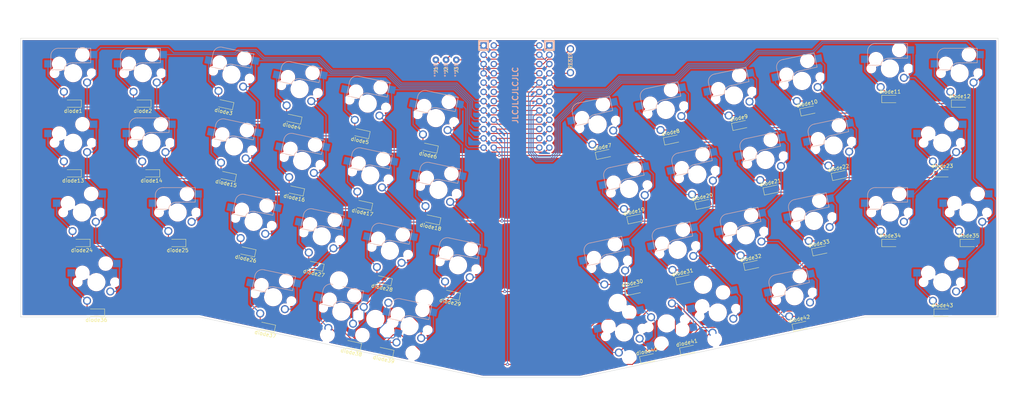
<source format=kicad_pcb>
(kicad_pcb (version 20211014) (generator pcbnew)
  (layers (0 "F.Cu" signal) (31 "B.Cu" signal) (34 "B.Paste" user) (35 "F.Paste" user) (36 "B.SilkS" user "B.Silkscreen") (37 "F.SilkS" user "F.Silkscreen") (38 "B.Mask" user) (39 "F.Mask" user) (44 "Edge.Cuts" user))
  (net 0 "")
  (net 1 "R1")
  (net 2 "Net-(diode1-Pad2)")
  (net 3 "Net-(diode2-Pad2)")
  (net 4 "Net-(diode3-Pad2)")
  (net 5 "Net-(diode4-Pad2)")
  (net 6 "Net-(diode5-Pad2)")
  (net 7 "Net-(diode6-Pad2)")
  (net 8 "Net-(diode7-Pad2)")
  (net 9 "Net-(diode8-Pad2)")
  (net 10 "Net-(diode9-Pad2)")
  (net 11 "Net-(diode10-Pad2)")
  (net 12 "Net-(diode11-Pad2)")
  (net 13 "Net-(diode12-Pad2)")
  (net 14 "R2")
  (net 15 "Net-(diode13-Pad2)")
  (net 16 "Net-(diode14-Pad2)")
  (net 17 "Net-(diode15-Pad2)")
  (net 18 "Net-(diode16-Pad2)")
  (net 19 "Net-(diode17-Pad2)")
  (net 20 "Net-(diode18-Pad2)")
  (net 21 "Net-(diode19-Pad2)")
  (net 22 "Net-(diode20-Pad2)")
  (net 23 "Net-(diode21-Pad2)")
  (net 24 "Net-(diode22-Pad2)")
  (net 25 "Net-(diode23-Pad2)")
  (net 26 "R3")
  (net 27 "Net-(diode24-Pad2)")
  (net 28 "Net-(diode25-Pad2)")
  (net 29 "Net-(diode26-Pad2)")
  (net 30 "Net-(diode27-Pad2)")
  (net 31 "Net-(diode28-Pad2)")
  (net 32 "Net-(diode29-Pad2)")
  (net 33 "Net-(diode30-Pad2)")
  (net 34 "Net-(diode31-Pad2)")
  (net 35 "Net-(diode32-Pad2)")
  (net 36 "Net-(diode33-Pad2)")
  (net 37 "Net-(diode34-Pad2)")
  (net 38 "Net-(diode35-Pad2)")
  (net 39 "R4")
  (net 40 "Net-(diode36-Pad2)")
  (net 41 "Net-(diode37-Pad2)")
  (net 42 "Net-(diode38-Pad2)")
  (net 43 "Net-(diode39-Pad2)")
  (net 44 "Net-(diode40-Pad2)")
  (net 45 "Net-(diode41-Pad2)")
  (net 46 "Net-(diode42-Pad2)")
  (net 47 "Net-(diode43-Pad2)")
  (net 48 "C1")
  (net 49 "C2")
  (net 50 "C3")
  (net 51 "C4")
  (net 52 "C5")
  (net 53 "C6")
  (net 54 "C7")
  (net 55 "C8")
  (net 56 "C9")
  (net 57 "C10")
  (net 58 "C11")
  (net 59 "C12")
  (net 60 "VCC")
  (net 61 "DATA")
  (net 62 "unconnected-(U1-Pad2)")
  (net 63 "GND")
  (net 64 "RESET")
  (net 65 "unconnected-(U1-Pad24)")
  (footprint "footprints:100-socket-solder" (layer "F.Cu") (at 207.219724 70.996942 12)
    (fp_text reference "switch44" hide)
    (fp_text value "switch" hide)
  )
  (footprint "footprints:100-socket-solder" (layer "F.Cu") (at 109.181688 22.291792 -12)
    (fp_text reference "switch6" hide)
    (fp_text value "switch" hide)
  )
  (footprint "footprints:100-socket-solder" (layer "F.Cu") (at 162.030864 41.650954 12)
    (fp_text reference "switch19" hide)
    (fp_text value "switch" hide)
  )
  (footprint "footprints:100-socket-solder" (layer "F.Cu") (at 190.679142 16.085985 12)
    (fp_text reference "switch9" hide)
    (fp_text value "switch" hide)
  )
  (footprint "Diode_SMD:D_SOD-123" (layer "F.Cu") (at 16.35 75.484375 180)
    (fp_text reference "diode36")
    (fp_text value "diode")
  )
  (footprint "Diode_SMD:D_SOD-123" (layer "F.Cu") (at 31.43125 37.384375 180)
    (fp_text reference "diode14")
    (fp_text value "diode")
  )
  (footprint "footprints:100-socket-solder" (layer "F.Cu") (at 77.968112 54.608318 -12)
    (fp_text reference "switch27" hide)
    (fp_text value "switch" hide)
  )
  (footprint "Diode_SMD:D_SOD-123" (layer "F.Cu") (at 195.674964 62.495838 12)
    (fp_text reference "diode32")
    (fp_text value "diode")
  )
  (footprint "footprints:150-socket-solder" (layer "F.Cu") (at 16.35 67.15)
    (fp_text reference "switch38" hide)
    (fp_text value "switch" hide)
  )
  (footprint "footprints:100-socket-solder" (layer "F.Cu") (at 91.245686 37.954965 -12)
    (fp_text reference "switch17" hide)
    (fp_text value "switch" hide)
  )
  (footprint "footprints:125-socket-solder" (layer "F.Cu") (at 186.256798 75.452749 12)
    (fp_text reference "switch43" hide)
    (fp_text value "switch" hide)
  )
  (footprint "footprints:100-socket-solder" (layer "F.Cu") (at 96.601824 58.569036 -12)
    (fp_text reference "switch28" hide)
    (fp_text value "switch" hide)
  )
  (footprint "footprints:100-socket-solder" (layer "F.Cu") (at 29.05 10)
    (fp_text reference "switch2" hide)
    (fp_text value "switch" hide)
  )
  (footprint "footprints:promicro-flip" (layer "F.Cu") (at 129.8444 16.40125)
    (fp_text reference "U1" hide)
    (fp_text value "promicro" hide)
  )
  (footprint "Diode_SMD:D_SOD-123" (layer "F.Cu") (at 52.245448 38.185778 168)
    (fp_text reference "diode15")
    (fp_text value "diode")
  )
  (footprint "footprints:100-socket-solder" (layer "F.Cu") (at 71.914264 14.370356 -12)
    (fp_text reference "switch4" hide)
    (fp_text value "switch" hide)
  )
  (footprint "footprints:100-socket-solder" (layer "F.Cu") (at 115.235536 62.529754 -12)
    (fp_text reference "switch29" hide)
    (fp_text value "switch" hide)
  )
  (footprint "footprints:100-socket-solder" (layer "F.Cu") (at 153.411718 24.007421 12)
    (fp_text reference "switch7" hide)
    (fp_text value "switch" hide)
  )
  (footprint "footprints:100-socket-solder" (layer "F.Cu") (at 31.43125 29.05)
    (fp_text reference "switch14" hide)
    (fp_text value "switch" hide)
  )
  (footprint "Diode_SMD:D_SOD-123" (layer "F.Cu") (at 38.575 56.434375 180)
    (fp_text reference "diode25")
    (fp_text value "diode")
  )
  (footprint "footprints:100-socket-solder" (layer "F.Cu") (at 53.280552 10.409638 -12)
    (fp_text reference "switch3" hide)
    (fp_text value "switch" hide)
  )
  (footprint "Diode_SMD:D_SOD-123" (layer "F.Cu") (at 173.778244 28.198952 12)
    (fp_text reference "diode8")
    (fp_text value "diode")
  )
  (footprint "Diode_SMD:D_SOD-123" (layer "F.Cu") (at 219.664814 37.921049 12)
    (fp_text reference "diode22")
    (fp_text value "diode")
  )
  (footprint "footprints:reset" (layer "F.Cu") (at 145.9738 6.604 90)
    (fp_text reference "switch46" hide)
    (fp_text value "switch" hide)
  )
  (footprint "Diode_SMD:D_SOD-123" (layer "F.Cu") (at 214.308676 58.53512 12)
    (fp_text reference "diode33")
    (fp_text value "diode")
  )
  (footprint "Diode_SMD:D_SOD-123" (layer "F.Cu") (at 178.208136 85.684114 12)
    (fp_text reference "diode41")
    (fp_text value "diode")
  )
  (footprint "Diode_SMD:D_SOD-123" (layer "F.Cu") (at 247.6175 37.384375)
    (fp_text reference "diode23")
    (fp_text value "diode")
  )
  (footprint "footprints:100-socket-solder" (layer "F.Cu") (at 193.94215 54.343589 12)
    (fp_text reference "switch32" hide)
    (fp_text value "switch" hide)
  )
  (footprint "Diode_SMD:D_SOD-123" (layer "F.Cu") (at 94.86901 66.721285 168)
    (fp_text reference "diode28")
    (fp_text value "diode")
  )
  (footprint "footprints:275-socket-solder" (layer "F.Cu") (at 172.281514 78.423288 -168)
    (fp_text reference "switch37" hide)
    (fp_text value "switch" hide)
  )
  (footprint "Diode_SMD:D_SOD-123" (layer "F.Cu") (at 12.38125 56.434375 180)
    (fp_text reference "diode24")
    (fp_text value "diode")
  )
  (footprint "Diode_SMD:D_SOD-123" (layer "F.Cu") (at 167.258996 88.011428 12)
    (fp_text reference "diode40")
    (fp_text value "diode")
  )
  (footprint "footprints:100-socket-solder" (layer "F.Cu") (at 59.3344 50.6476 -12)
    (fp_text reference "switch26" hide)
    (fp_text value "switch" hide)
  )
  (footprint "footprints:100-socket-solder" (layer "F.Cu") (at 209.312854 12.125267 12)
    (fp_text reference "switch10" hide)
    (fp_text value "switch" hide)
  )
  (footprint "Diode_SMD:D_SOD-123" (layer "F.Cu") (at 155.144532 32.15967 12)
    (fp_text reference "diode7")
    (fp_text value "diode")
  )
  (footprint "footprints:100-socket-solder" (layer "F.Cu") (at 199.298288 33.729518 12)
    (fp_text reference "switch21" hide)
    (fp_text value "switch" hide)
  )
  (footprint "footprints:175-socket-solder" (layer "F.Cu") (at 12.38125 48.1)
    (fp_text reference "switch24" hide)
    (fp_text value "switch" hide)
  )
  (footprint "footprints:100-socket-solder" (layer "F.Cu") (at 72.611974 33.994247 -12)
    (fp_text reference "switch16" hide)
    (fp_text value "switch" hide)
  )
  (footprint "Diode_SMD:D_SOD-123" (layer "F.Cu") (at 95.33441 86.295798 168)
    (fp_text reference "diode39")
    (fp_text value "diode")
  )
  (footprint "Diode_SMD:D_SOD-123" (layer "F.Cu") (at 233.33 56.434375)
    (fp_text reference "diode34")
    (fp_text value "diode")
  )
  (footprint "footprints:100-socket-solder" (layer "F.Cu") (at 53.978262 30.033529 -12)
    (fp_text reference "switch15" hide)
    (fp_text value "switch" hide)
  )
  (footprint "footprints:100-socket-solder" (layer "F.Cu") (at 233.33 8.73)
    (fp_text reference "switch11" hide)
    (fp_text value "switch" hide)
  )
  (footprint "footprints:100-socket-solder" (layer "F.Cu") (at 38.575 48.1)
    (fp_text reference "switch25" hide)
    (fp_text value "switch" hide)
  )
  (footprint "footprints:100-socket-solder" (layer "F.Cu") (at 172.04543 20.046703 12)
    (fp_text reference "switch8" hide)
    (fp_text value "switch" hide)
  )
  (footprint "Diode_SMD:D_SOD-123" (layer "F.Cu") (at 163.298278 69.377716 12)
    (fp_text reference "diode30")
    (fp_text value "diode")
  )
  (footprint "footprints:100-socket-solder" (layer "F.Cu") (at 233.33 48.1)
    (fp_text reference "switch34" hide)
    (fp_text value "switch" hide)
  )
  (footprint "Diode_SMD:D_SOD-123" (layer "F.Cu") (at 177.041252 66.456556 12)
    (fp_text reference "diode31")
    (fp_text value "diode")
  )
  (footprint "footprints:100-socket-solder" (layer "F.Cu") (at 156.674726 62.265025 12)
    (fp_text reference "switch30" hide)
    (fp_text value "switch" hide)
  )
  (footprint "Diode_SMD:D_SOD-123" (layer "F.Cu") (at 163.763678 49.803203 12)
    (fp_text reference "diode19")
    (fp_text value "diode")
  )
  (footprint "Diode_SMD:D_SOD-123" (layer "F.Cu") (at 57.601586 58.799849 168)
    (fp_text reference "diode26")
    (fp_text value "diode")
  )
  (footprint "Diode_SMD:D_SOD-123" (layer "F.Cu") (at 192.411956 24.238234 12)
    (fp_text reference "diode9")
    (fp_text value "diode")
  )
  (footprint "footprints:100-socket-solder" (layer "F.Cu") (at 212.575862 50.382871 12)
    (fp_text reference "switch33" hide)
    (fp_text value "switch" hide)
  )
  (footprint "Diode_SMD:D_SOD-123" (layer "F.Cu") (at 10 18.334375 180)
    (fp_text reference "diode1")
    (fp_text value "diode")
  )
  (footprint "Diode_SMD:D_SOD-123" (layer "F.Cu") (at 29.05 18.334375 180)
    (fp_text reference "diode2")
    (fp_text value "diode")
  )
  (footprint "Diode_SMD:D_SOD-123" (layer "F.Cu") (at 107.448874 30.444041 168)
    (fp_text reference "diode6")
    (fp_text value "diode")
  )
  (footprint "Diode_SMD:D_SOD-123" (layer "F.Cu") (at 108.146584 50.067932 168)
    (fp_text reference "diode18")
    (fp_text value "diode")
  )
  (footprint "Diode_SMD:D_SOD-123" (layer "F.Cu") (at 182.39739 45.842485 12)
    (fp_text reference "diode20")
    (fp_text value "diode")
  )
  (footprint "Diode_SMD:D_SOD-123" (layer "F.Cu") (at 89.512872 46.107214 168)
    (fp_text reference "diode17")
    (fp_text value "diode")
  )
  (footprint "footprints:100-socket-solder" (layer "F.Cu") (at 217.932 29.7688 12)
    (fp_text reference "switch22" hide)
    (fp_text value "switch" hide)
  )
  (footprint "footprints:wirepad" (layer "F.Cu") (at 111.9632 6.35)
    (fp_text reference "J2")
    (fp_text value "Conn_01x01" hide)
  )
  (footprint "Diode_SMD:D_SOD-123" (layer "F.Cu") (at 254.76125 56.434375)
    (fp_text reference "diode35")
    (fp_text value "diode")
  )
  (footprint "Diode_SMD:D_SOD-123" (layer "F.Cu") (at 88.815162 26.483323 168)
    (fp_text reference "diode5")
    (fp_text value "diode")
  )
  (footprint "footprints:100-socket-solder" (layer "F.Cu") (at 252.38 10)
    (fp_text reference "switch12" hide)
    (fp_text value "switch" hide)
  )
  (footprint "Diode_SMD:D_SOD-123" (layer "F.Cu") (at 10 37.384375 180)
    (fp_text reference "diode13")
    (fp_text value "diode")
  )
  (footprint "Diode_SMD:D_SOD-123" (layer "F.Cu") (at 76.235298 62.760567 168)
    (fp_text reference "diode27")
    (fp_text value "diode")
  )
  (footprint "footprints:100-socket-solder" (layer "F.Cu") (at 109.879398 41.915683 -12)
    (fp_text reference "switch18" hide)
    (fp_text value "switch" hide)
  )
  (footprint "Diode_SMD:D_SOD-123" (layer "F.Cu") (at 247.6175 75.484375)
    (fp_text reference "diode43")
    (fp_text value "diode")
  )
  (footprint "footprints:wirepad" (layer "F.Cu") (at 109.1632 6.35)
    (fp_text reference "J1")
    (fp_text value "Conn_01x01" hide)
  )
  (footprint "footprints:150-socket-solder" (layer "F.Cu") (at 247.6175 67.15)
    (fp_text reference "switch45" hide)
    (fp_text value "switch" hide)
  )
  (footprint "footprints:150-socket-solder" (layer "F.Cu") (at 160.635444 80.898737 12)
    (fp_text reference "switch42" hide)
    (fp_text value "switch" hide)
  )
  (footprint "footprints:100-socket-solder" (layer "F.Cu") (at 64.690538 71.261671 -12)
    (fp_text reference "switch39" hide)
    (fp_text value "switch" hide)
  )
  (footprint "footprints:wirepad" (layer "F.Cu") (at 114.7632 6.35)
    (fp_text reference "J3")
    (fp_text value "Conn_01x01" hide)
  )
  (footprint "footprints:100-socket-solder" (layer "F.Cu") (at 180.664576 37.690236 12)
    (fp_text reference "switch20" hide)
    (fp_text value "switch" hide)
  )
  (footprint "footprints:125-socket-solder" (layer "F.Cu") (at 254.76125 48.1)
    (fp_text reference "switch35" hide)
    (fp_text value "switch" hide)
  )
  (footprint "Diode_SMD:D_SOD-123" (layer "F.Cu") (at 252.38 18.334375)
    (fp_text reference "diode12")
    (fp_text value "diode")
  )
  (footprint "footprints:100-socket-solder" (layer "F.Cu") (at 90.547976 18.331074 -12)
    (fp_text reference "switch5" hide)
    (fp_text value "switch" hide)
  )
  (footprint "Diode_SMD:D_SOD-123" (layer "F.Cu") (at 62.957724 79.41392 168)
    (fp_text reference "diode37")
    (fp_text value "diode")
  )
  (footprint "Diode_SMD:D_SOD-123" (layer "F.Cu") (at 201.031102 41.881767 12)
    (fp_text reference "diode21")
    (fp_text value "diode")
  )
  (footprint "footprints:100-socket-solder" (layer "F.Cu") (at 83.32425 75.222389 -12)
    (fp_text reference "switch40" hide)
    (fp_text value "switch" hide)
  )
  (footprint "Diode_SMD:D_SOD-123" (layer "F.Cu") (at 113.502722 70.682003 168)
    (fp_text reference "diode29")
    (fp_text value "diode")
  )
  (footprint "Diode_SMD:D_SOD-123" (layer "F.Cu") (at 211.045668 20.277516 12)
    (fp_text reference "diode10")
    (fp_text value "diode")
  )
  (footprint "footprints:175-socket-solder" (layer "F.Cu") (at 247.6175 29.05)
    (fp_text reference "switch23" hide)
    (fp_text value "switch" hide)
  )
  (footprint "footprints:100-socket-solder" (layer "F.Cu") (at 101.957962 79.183107 -12)
    (fp_text reference "switch41" hide)
    (fp_text value "switch" hide)
  )
  (footprint "Diode_SMD:D_SOD-123" (layer "F.Cu") (at 208.952538 79.149191 12)
    (fp_text reference "diode42")
    (fp_text value "diode")
  )
  (footprint "Diode_SMD:D_SOD-123" (layer "F.Cu") (at 70.87916 42.146496 168)
    (fp_text reference "diode16")
    (fp_text value "diode")
  )
  (footprint "Diode_SMD:D_SOD-123" (layer "F.Cu") (at 86.482174 84.414196 168)
    (fp_text reference "diode38")
    (fp_text value "diode")
  )
  (footprint "Diode_SMD:D_SOD-123" (layer "F.Cu") (at 70.18145 22.522605 168)
    (fp_text reference "diode4")
    (fp_text value "diode")
  )
  (footprint "footprints:100-socket-solder" (layer "F.Cu") (at 175.308438 58.304307 12)
    (fp_text reference "switch31" hide)
    (fp_text value "switch" hide)
  )
  (footprint "Diode_SMD:D_SOD-123" (layer "F.Cu") (at 233.33 17.064375)
    (fp_text reference "diode11")
    (fp_text value "diode")
  )
  (footprint "footprints:100-socket-solder" (layer "F.Cu") (at 10 10)
    (fp_text reference "switch1" hide)
    (fp_text value "switch" hide)
  )
  (footprint "Diode_SMD:D_SOD-123" (layer "F.Cu") (at 51.547738 18.561887 168)
    (fp_text reference "diode3")
    (fp_text value "diode")
  )
  (footprint "footprints:125-socket-solder" (layer "F.Cu") (at 10 29.05)
    (fp_text reference "switch13" hide)
    (fp_text value "switch" hide)
  )
  (footprint "footprints:200-socket-solder" (layer "F.Cu") (at 92.641106 77.202748 168)
    (fp_text reference "switch36" hide)
    (fp_text value "switch" hide)
  )
  (gr_line (start 262.89 0.4572) (end 262.89 76.6572) (layer "Edge.Cuts") (width 0.1))
  (gr_line (start 148.6408 93.218) (end 226.4664 76.6572) (layer "Edge.Cuts") (width 0.1))
  (gr_line (start 262.89 76.6572) (end 226.4664 76.6572) (layer "Edge.Cuts") (width 0.1))
  (gr_line (start -4.3688 76.6572) (end 44.5008 76.6572) (layer "Edge.Cuts") (width 0.1))
  (gr_line (start -4.3688 0.4572) (end 262.89 0.4572) (layer "Edge.Cuts") (width 0.1))
  (gr_line (start 148.6408 93.218) (end 122.0216 93.218) (layer "Edge.Cuts") (width 0.1))
  (gr_line (start -4.3688 0.4572) (end -4.3688 76.6572) (layer "Edge.Cuts") (width 0.1))
  (gr_line (start 44.5008 76.6572) (end 122.0216 93.218) (layer "Edge.Cuts") (width 0.1))
  (gr_line (start -4.3688 76.6572) (end -4.3688 76.6572) (layer "Edge.Cuts") (width 0.1))
  (gr_text "JLCJLCJLCJLC" (at 130.9116 16.0528 90) (layer "B.SilkS") (effects (font (size 1.5 1.5) (thickness 0.3))))
  (segment (start 90.110245 27.145238) (end 90.429106 26.826377) (width 0.25) (layer "F.Cu") (net 1))
  (segment (start 31.589427 19.223802) (end 52.842821 19.223802) (width 0.25) (layer "F.Cu") (net 1))
  (segment (start 190.798012 24.581288) (end 186.518433 28.860867) (width 0.25) (layer "F.Cu") (net 1))
  (segment (start 209.431724 20.62057) (end 205.152145 24.900149) (width 0.25) (layer "F.Cu") (net 1))
  (segment (start 52.842821 19.223802) (end 53.161682 18.904941) (width 0.25) (layer "F.Cu") (net 1))
  (segment (start 53.161682 18.904941) (end 57.441261 23.18452) (width 0.25) (layer "F.Cu") (net 1))
  (segment (start 12.574511 19.258886) (end 29.775489 19.258886) (width 0.25) (layer "F.Cu") (net 1))
  (segment (start 125.0184 30.37125) (end 137.4644 30.37125) (width 0.25) (layer "F.Cu") (net 1))
  (segment (start 191.116873 24.900149) (end 190.798012 24.581288) (width 0.25) (layer "F.Cu") (net 1))
  (segment (start 11.65 18.334375) (end 12.574511 19.258886) (width 0.25) (layer "F.Cu") (net 1))
  (segment (start 227.804944 20.939431) (end 209.750585 20.939431) (width 0.25) (layer "F.Cu") (net 1))
  (segment (start 71.795394 22.865659) (end 76.074973 27.145238) (width 0.25) (layer "F.Cu") (net 1))
  (segment (start 153.849449 32.821585) (end 153.530588 32.502724) (width 0.25) (layer "F.Cu") (net 1))
  (segment (start 232.95 18.334375) (end 231.68 17.064375) (width 0.25) (layer "F.Cu") (net 1))
  (segment (start 250.73 18.334375) (end 232.95 18.334375) (width 0.25) (layer "F.Cu") (net 1))
  (segment (start 186.518433 28.860867) (end 172.483161 28.860867) (width 0.25) (layer "F.Cu") (net 1))
  (segment (start 209.750585 20.939431) (end 209.431724 20.62057) (width 0.25) (layer "F.Cu") (net 1))
  (segment (start 167.884721 32.821585) (end 153.849449 32.821585) (width 0.25) (layer "F.Cu") (net 1))
  (segment (start 90.429106 26.826377) (end 94.708685 31.105956) (width 0.25) (layer "F.Cu") (net 1))
  (segment (start 110.778447 32.502724) (end 126.526676 32.502724) (width 0.25) (layer "F.Cu") (net 1))
  (segment (start 29.775489 19.258886) (end 30.7 18.334375) (width 0.25) (layer "F.Cu") (net 1))
  (segment (start 109.062818 30.787095) (end 110.778447 32.502724) (width 0.25) (layer "F.Cu") (net 1))
  (segment (start 108.743957 31.105956) (end 109.062818 30.787095) (width 0.25) (layer "F.Cu") (net 1))
  (segment (start 126.526676 32.502724) (end 153.530588 32.502724) (width 0.25) (layer "F.Cu") (net 1))
  (segment (start 172.1643 28.542006) (end 167.884721 32.821585) (width 0.25) (layer "F.Cu") (net 1))
  (segment (start 205.152145 24.900149) (end 191.116873 24.900149) (width 0.25) (layer "F.Cu") (net 1))
  (segment (start 57.441261 23.18452) (end 71.476533 23.18452) (width 0.25) (layer "F.Cu") (net 1))
  (segment (start 71.476533 23.18452) (end 71.795394 22.865659) (width 0.25) (layer "F.Cu") (net 1))
  (segment (start 76.074973 27.145238) (end 90.110245 27.145238) (width 0.25) (layer "F.Cu") (net 1))
  (segment (start 30.7 18.334375) (end 31.589427 19.223802) (width 0.25) (layer "F.Cu") (net 1))
  (segment (start 172.483161 28.860867) (end 172.1643 28.542006) (width 0.25) (layer "F.Cu") (net 1))
  (segment (start 231.68 17.064375) (end 227.804944 20.939431) (width 0.25) (layer "F.Cu") (net 1))
  (segment (start 94.708685 31.105956) (end 108.743957 31.105956) (width 0.25) (layer "F.Cu") (net 1))
  (via (at 126.526676 32.502724) (size 0.8) (drill 0.4) (layers "F.Cu" "B.Cu") (net 1))
  (segment (start 126.526676 31.879526) (end 126.526676 32.502724) (width 0.25) (layer "B.Cu") (net 1))
  (segment (start 125.0184 30.37125) (end 126.526676 31.879526) (width 0.25) (layer "B.Cu") (net 1))
  (segment (start 7.46 15.08) (end 7.46 17.444375) (width 0.25) (layer "F.Cu") (net 2))
  (segment (start 7.46 17.444375) (end 8.35 18.334375) (width 0.25) (layer "F.Cu") (net 2))
  (segment (start 3.1 7.46) (end 3.1 10.72) (width 0.25) (layer "B.Cu") (net 2))
  (segment (start 3.1 10.72) (end 7.46 15.08) (width 0.25) (layer "B.Cu") (net 2))
  (segment (start 26.51 17.444375) (end 27.4 18.334375) (width 0.25) (layer "F.Cu") (net 3))
  (segment (start 26.51 15.08) (end 26.51 17.444375) (width 0.25) (layer "F.Cu") (net 3))
  (segment (start 22.15 10.72) (end 26.51 15.08) (width 0.25) (layer "B.Cu") (net 3))
  (segment (start 22.15 7.46) (end 22.15 10.72) (width 0.25) (layer "B.Cu") (net 3))
  (segment (start 49.739866 14.850532) (end 49.739866 18.024905) (width 0.25) (layer "F.Cu") (net 4))
  (segment (start 49.739866 18.024905) (end 49.933794 18.218833) (width 0.25) (layer "F.Cu") (net 4))
  (segment (start 47.059429 6.490552) (end 47.059429 12.170095) (width 0.25) (layer "B.Cu") (net 4))
  (segment (start 47.059429 12.170095) (end 49.739866 14.850532) (width 0.25) (layer "B.Cu") (net 4))
  (segment (start 68.373578 18.81125) (end 68.373578 21.985623) (width 0.25) (layer "F.Cu") (net 5))
  (segment (start 68.373578 21.985623) (end 68.567506 22.179551) (width 0.25) (layer "F.Cu") (net 5))
  (segment (start 65.693141 10.45127) (end 65.693141 16.130813) (width 0.25) (layer "B.Cu") (net 5))
  (segment (start 65.693141 16.130813) (end 68.373578 18.81125) (width 0.25) (layer "B.Cu") (net 5))
  (segment (start 87.00729 25.946341) (end 87.201218 26.140269) (width 0.25) (layer "F.Cu") (net 6))
  (segment (start 87.00729 22.771968) (end 87.00729 25.946341) (width 0.25) (layer "F.Cu") (net 6))
  (segment (start 84.326853 20.091531) (end 87.00729 22.771968) (width 0.25) (layer "B.Cu") (net 6))
  (segment (start 84.326853 14.411988) (end 84.326853 20.091531) (width 0.25) (layer "B.Cu") (net 6))
  (segment (start 105.641002 26.732686) (end 105.641002 29.907059) (width 0.25) (layer "F.Cu") (net 7))
  (segment (start 105.641002 29.907059) (end 105.83493 30.100987) (width 0.25) (layer "F.Cu") (net 7))
  (segment (start 102.960565 24.052249) (end 105.641002 26.732686) (width 0.25) (layer "B.Cu") (net 7))
  (segment (start 102.960565 18.372706) (end 102.960565 24.052249) (width 0.25) (layer "B.Cu") (net 7))
  (segment (start 151.983414 29.504507) (end 154.446367 29.504507) (width 0.25) (layer "F.Cu") (net 8))
  (segment (start 154.446367 29.504507) (end 156.758476 31.816616) (width 0.25) (layer "F.Cu") (net 8))
  (segment (start 151.151888 29.504507) (end 151.983414 29.504507) (width 0.25) (layer "B.Cu") (net 8))
  (segment (start 146.134404 24.487023) (end 151.151888 29.504507) (width 0.25) (layer "B.Cu") (net 8))
  (segment (start 146.134404 22.957517) (end 146.134404 24.487023) (width 0.25) (layer "B.Cu") (net 8))
  (segment (start 170.617126 25.543789) (end 173.080079 25.543789) (width 0.25) (layer "F.Cu") (net 9))
  (segment (start 173.080079 25.543789) (end 175.392188 27.855898) (width 0.25) (layer "F.Cu") (net 9))
  (segment (start 169.7856 25.543789) (end 170.617126 25.543789) (width 0.25) (layer "B.Cu") (net 9))
  (segment (start 164.768116 20.526305) (end 169.7856 25.543789) (width 0.25) (layer "B.Cu") (net 9))
  (segment (start 164.768116 18.996799) (end 164.768116 20.526305) (width 0.25) (layer "B.Cu") (net 9))
  (segment (start 189.250838 21.583071) (end 191.713791 21.583071) (width 0.25) (layer "F.Cu") (net 10))
  (segment (start 191.713791 21.583071) (end 194.0259 23.89518) (width 0.25) (layer "F.Cu") (net 10))
  (segment (start 188.419312 21.583071) (end 189.250838 21.583071) (width 0.25) (layer "B.Cu") (net 10))
  (segment (start 183.401828 16.565587) (end 188.419312 21.583071) (width 0.25) (layer "B.Cu") (net 10))
  (segment (start 183.401828 15.036081) (end 183.401828 16.565587) (width 0.25) (layer "B.Cu") (net 10))
  (segment (start 210.347503 17.622353) (end 212.659612 19.934462) (width 0.25) (layer "F.Cu") (net 11))
  (segment (start 207.88455 17.622353) (end 210.347503 17.622353) (width 0.25) (layer "F.Cu") (net 11))
  (segment (start 202.03554 11.075363) (end 202.03554 12.604869) (width 0.25) (layer "B.Cu") (net 11))
  (segment (start 202.03554 12.604869) (end 207.053024 17.622353) (width 0.25) (layer "B.Cu") (net 11))
  (segment (start 207.053024 17.622353) (end 207.88455 17.622353) (width 0.25) (layer "B.Cu") (net 11))
  (segment (start 230.79 13.81) (end 234.044375 17.064375) (width 0.25) (layer "F.Cu") (net 12))
  (segment (start 234.044375 17.064375) (end 234.98 17.064375) (width 0.25) (layer "F.Cu") (net 12))
  (segment (start 226.43 9.45) (end 230.79 13.81) (width 0.25) (layer "B.Cu") (net 12))
  (segment (start 226.43 6.19) (end 226.43 9.45) (width 0.25) (layer "B.Cu") (net 12))
  (segment (start 253.094375 18.334375) (end 254.03 18.334375) (width 0.25) (layer "F.Cu") (net 13))
  (segment (start 249.84 15.08) (end 253.094375 18.334375) (width 0.25) (layer "F.Cu") (net 13))
  (segment (start 245.48 10.72) (end 249.84 15.08) (width 0.25) (layer "B.Cu") (net 13))
  (segment (start 245.48 7.46) (end 245.48 10.72) (width 0.25) (layer "B.Cu") (net 13))
  (segment (start 199.736019 42.543682) (end 199.417158 42.224821) (width 0.25) (layer "F.Cu") (net 14))
  (segment (start 161.885005 50.410986) (end 162.149734 50.146257) (width 0.25) (layer "F.Cu") (net 14))
  (segment (start 34.544568 38.847693) (end 53.540531 38.847693) (width 0.25) (layer "F.Cu") (net 14))
  (segment (start 95.406395 50.729847) (end 109.441667 50.729847) (width 0.25) (layer "F.Cu") (net 14))
  (segment (start 199.417158 42.224821) (end 195.137579 46.5044) (width 0.25) (layer "F.Cu") (net 14))
  (segment (start 218.05087 38.264103) (end 213.771291 42.543682) (width 0.25) (layer "F.Cu") (net 14))
  (segment (start 109.760528 50.410986) (end 127.262014 50.410986) (width 0.25) (layer "F.Cu") (net 14))
  (segment (start 125.0184 27.83125) (end 137.4644 27.83125) (width 0.25) (layer "F.Cu") (net 14))
  (segment (start 72.493104 42.48955) (end 77.069754 47.0662) (width 0.25) (layer "F.Cu") (net 14))
  (segment (start 11.65 37.384375) (end 12.574511 38.308886) (width 0.25) (layer "F.Cu") (net 14))
  (segment (start 53.540531 38.847693) (end 53.859392 38.528832) (width 0.25) (layer "F.Cu") (net 14))
  (segment (start 127.262014 50.410986) (end 161.885005 50.410986) (width 0.25) (layer "F.Cu") (net 14))
  (segment (start 162.468595 50.465118) (end 162.149734 50.146257) (width 0.25) (layer "F.Cu") (net 14))
  (segment (start 58.138971 42.808411) (end 72.174243 42.808411) (width 0.25) (layer "F.Cu") (net 14))
  (segment (start 32.156739 38.308886) (end 33.08125 37.384375) (width 0.25) (layer "F.Cu") (net 14))
  (segment (start 91.126816 46.450268) (end 95.406395 50.729847) (width 0.25) (layer "F.Cu") (net 14))
  (segment (start 33.08125 37.384375) (end 34.544568 38.847693) (width 0.25) (layer "F.Cu") (net 14))
  (segment (start 218.369731 38.582964) (end 218.05087 38.264103) (width 0.25) (layer "F.Cu") (net 14))
  (segment (start 109.441667 50.729847) (end 109.760528 50.410986) (width 0.25) (layer "F.Cu") (net 14))
  (segment (start 244.768911 38.582964) (end 218.369731 38.582964) (width 0.25) (layer "F.Cu") (net 14))
  (segment (start 176.503867 50.465118) (end 162.468595 50.465118) (width 0.25) (layer "F.Cu") (net 14))
  (segment (start 245.9675 37.384375) (end 244.768911 38.582964) (width 0.25) (layer "F.Cu") (net 14))
  (segment (start 12.574511 38.308886) (end 32.156739 38.308886) (width 0.25) (layer "F.Cu") (net 14))
  (segment (start 77.069754 47.0662) (end 90.510884 47.0662) (width 0.25) (layer "F.Cu") (net 14))
  (segment (start 72.174243 42.808411) (end 72.493104 42.48955) (width 0.25) (layer "F.Cu") (net 14))
  (segment (start 181.102307 46.5044) (end 180.783446 46.185539) (width 0.25) (layer "F.Cu") (net 14))
  (segment (start 180.783446 46.185539) (end 176.503867 50.465118) (width 0.25) (layer "F.Cu") (net 14))
  (segment (start 53.859392 38.528832) (end 58.138971 42.808411) (width 0.25) (layer "F.Cu") (net 14))
  (segment (start 195.137579 46.5044) (end 181.102307 46.5044) (width 0.25) (layer "F.Cu") (net 14))
  (segment (start 213.771291 42.543682) (end 199.736019 42.543682) (width 0.25) (layer "F.Cu") (net 14))
  (segment (start 90.510884 47.0662) (end 91.126816 46.450268) (width 0.25) (layer "F.Cu") (net 14))
  (via (at 127.262014 50.410986) (size 0.8) (drill 0.4) (layers "F.Cu" "B.Cu") (net 14))
  (segment (start 125.0184 27.83125) (end 127.251187 30.064037) (width 0.25) (layer "B.Cu") (net 14))
  (segment (start 127.251187 30.064037) (end 127.251187 50.365387) (width 0.25) (layer "B.Cu") (net 14))
  (segment (start 7.46 34.13) (end 7.46 36.494375) (width 0.25) (layer "F.Cu") (net 15))
  (segment (start 7.46 36.494375) (end 8.35 37.384375) (width 0.25) (layer "F.Cu") (net 15))
  (segment (start 3.1 29.77) (end 7.46 34.13) (width 0.25) (layer "B.Cu") (net 15))
  (segment (start 3.1 26.51) (end 3.1 29.77) (width 0.25) (layer "B.Cu") (net 15))
  (segment (start 28.89125 36.494375) (end 29.78125 37.384375) (width 0.25) (layer "F.Cu") (net 16))
  (segment (start 28.89125 34.13) (end 28.89125 36.494375) (width 0.25) (layer "F.Cu") (net 16))
  (segment (start 24.53125 26.51) (end 24.53125 29.77) (width 0.25) (layer "B.Cu") (net 16))
  (segment (start 24.53125 29.77) (end 28.89125 34.13) (width 0.25) (layer "B.Cu") (net 16))
  (segment (start 50.437576 34.474423) (end 50.437576 37.648796) (width 0.25) (layer "F.Cu") (net 17))
  (segment (start 50.437576 37.648796) (end 50.631504 37.842724) (width 0.25) (layer "F.Cu") (net 17))
  (segment (start 47.757139 31.793986) (end 50.437576 34.474423) (width 0.25) (layer "B.Cu") (net 17))
  (segment (start 47.757139 26.114443) (end 47.757139 31.793986) (width 0.25) (layer "B.Cu") (net 17))
  (segment (start 69.071288 41.609514) (end 69.265216 41.803442) (width 0.25) (layer "F.Cu") (net 18))
  (segment (start 69.071288 38.435141) (end 69.071288 41.609514) (width 0.25) (layer "F.Cu") (net 18))
  (segment (start 66.390851 30.075161) (end 66.390851 35.754704) (width 0.25) (layer "B.Cu") (net 18))
  (segment (start 66.390851 35.754704) (end 69.071288 38.435141) (width 0.25) (layer "B.Cu") (net 18))
  (segment (start 87.705 42.395859) (end 87.705 45.570232) (width 0.25) (layer "F.Cu") (net 19))
  (segment (start 87.705 45.570232) (end 87.898928 45.76416) (width 0.25) (layer "F.Cu") (net 19))
  (segment (start 85.024563 34.035879) (end 85.024563 39.715422) (width 0.25) (layer "B.Cu") (net 19))
  (segment (start 85.024563 39.715422) (end 87.705 42.395859) (width 0.25) (layer "B.Cu") (net 19))
  (segment (start 106.338712 46.356577) (end 106.338712 49.53095) (width 0.25) (layer "F.Cu") (net 20))
  (segment (start 106.338712 49.53095) (end 106.53264 49.724878) (width 0.25) (layer "F.Cu") (net 20))
  (segment (start 103.658275 43.67614) (end 106.338712 46.356577) (width 0.25) (layer "B.Cu") (net 20))
  (segment (start 103.658275 37.996597) (end 103.658275 43.67614) (width 0.25) (layer "B.Cu") (net 20))
  (segment (start 163.065513 47.14804) (end 165.377622 49.460149) (width 0.25) (layer "F.Cu") (net 21))
  (segment (start 160.60256 47.14804) (end 163.065513 47.14804) (width 0.25) (layer "F.Cu") (net 21))
  (segment (start 159.046926 47.14804) (end 160.60256 47.14804) (width 0.25) (layer "B.Cu") (net 21))
  (segment (start 154.75355 42.854664) (end 159.046926 47.14804) (width 0.25) (layer "B.Cu") (net 21))
  (segment (start 154.75355 40.60105) (end 154.75355 42.854664) (width 0.25) (layer "B.Cu") (net 21))
  (segment (start 179.236272 43.187322) (end 181.699225 43.187322) (width 0.25) (layer "F.Cu") (net 22))
  (segment (start 181.699225 43.187322) (end 184.011334 45.499431) (width 0.25) (layer "F.Cu") (net 22))
  (segment (start 173.387262 38.893946) (end 177.680638 43.187322) (width 0.25) (layer "B.Cu") (net 22))
  (segment (start 177.680638 43.187322) (end 179.236272 43.187322) (width 0.25) (layer "B.Cu") (net 22))
  (segment (start 173.387262 36.640332) (end 173.387262 38.893946) (width 0.25) (layer "B.Cu") (net 22))
  (segment (start 200.332937 39.226604) (end 202.645046 41.538713) (width 0.25) (layer "F.Cu") (net 23))
  (segment (start 197.869984 39.226604) (end 200.332937 39.226604) (width 0.25) (layer "F.Cu") (net 23))
  (segment (start 192.020974 34.933228) (end 196.31435 39.226604) (width 0.25) (layer "B.Cu") (net 23))
  (segment (start 196.31435 39.226604) (end 197.869984 39.226604) (width 0.25) (layer "B.Cu") (net 23))
  (segment (start 192.020974 32.679614) (end 192.020974 34.933228) (width 0.25) (layer "B.Cu") (net 23))
  (segment (start 218.966649 35.265886) (end 221.278758 37.577995) (width 0.25) (layer "F.Cu") (net 24))
  (segment (start 216.503696 35.265886) (end 218.966649 35.265886) (width 0.25) (layer "F.Cu") (net 24))
  (segment (start 210.654686 30.248402) (end 215.67217 35.265886) (width 0.25) (layer "B.Cu") (net 24))
  (segment (start 210.654686 28.718896) (end 210.654686 30.248402) (width 0.25) (layer "B.Cu") (net 24))
  (segment (start 215.67217 35.265886) (end 216.503696 35.265886) (width 0.25) (layer "B.Cu") (net 24))
  (segment (start 248.331875 37.384375) (end 249.2675 37.384375) (width 0.25) (layer "F.Cu") (net 25))
  (segment (start 245.0775 34.13) (end 248.331875 37.384375) (width 0.25) (layer "F.Cu") (net 25))
  (segment (start 240.7175 29.77) (end 245.0775 34.13) (width 0.25) (layer "B.Cu") (net 25))
  (segment (start 240.7175 26.51) (end 240.7175 29.77) (width 0.25) (layer "B.Cu") (net 25))
  (segment (start 194.06102 62.838892) (end 183.769708 62.838892) (width 0.25) (layer "F.Cu") (net 26))
  (segment (start 194.379881 63.157753) (end 194.06102 62.838892) (width 0.25) (layer "F.Cu") (net 26))
  (segment (start 40.225 56.434375) (end 43.252389 59.461764) (width 0.25) (layer "F.Cu") (net 26))
  (segment (start 176.521898 67.8942) (end 175.427308 66.79961) (width 0.25) (layer "F.Cu") (net 26))
  (segment (start 107.096986 67.064339) (end 111.376565 71.343918) (width 0.25) (layer "F.Cu") (net 26))
  (segment (start 125.0184 25.29125) (end 137.4644 25.29125) (width 0.25) (layer "F.Cu") (net 26))
  (segment (start 178.7144 67.8942) (end 176.521898 67.8942) (width 0.25) (layer "F.Cu") (net 26))
  (segment (start 212.694732 58.878174) (end 208.415153 63.157753) (width 0.25) (layer "F.Cu") (net 26))
  (segment (start 114.797805 71.343918) (end 115.116666 71.025057) (width 0.25) (layer "F.Cu") (net 26))
  (segment (start 183.769708 62.838892) (end 178.7144 67.8942) (width 0.25) (layer "F.Cu") (net 26))
  (segment (start 162.003195 70.039631) (end 161.684334 69.72077) (width 0.25) (layer "F.Cu") (net 26))
  (segment (start 92.742853 67.3832) (end 96.164093 67.3832) (width 0.25) (layer "F.Cu") (net 26))
  (segment (start 88.463274 63.103621) (end 92.742853 67.3832) (width 0.25) (layer "F.Cu") (net 26))
  (segment (start 96.164093 67.3832) (end 96.482954 67.064339) (width 0.25) (layer "F.Cu") (net 26))
  (segment (start 111.376565 71.343918) (end 114.797805 71.343918) (width 0.25) (layer "F.Cu") (net 26))
  (segment (start 231.68 56.434375) (end 228.91734 59.197035) (width 0.25) (layer "F.Cu") (net 26))
  (segment (start 77.849242 63.103621) (end 88.463274 63.103621) (width 0.25) (layer "F.Cu") (net 26))
  (segment (start 63.495109 63.422482) (end 77.530381 63.422482) (width 0.25) (layer "F.Cu") (net 26))
  (segment (start 58.896669 59.461764) (end 59.21553 59.142903) (width 0.25) (layer "F.Cu") (net 26))
  (segment (start 59.21553 59.142903) (end 63.495109 63.422482) (width 0.25) (layer "F.Cu") (net 26))
  (segment (start 213.013593 59.197035) (end 212.694732 58.878174) (width 0.25) (layer "F.Cu") (net 26))
  (segment (start 172.187287 70.039631) (end 162.003195 70.039631) (width 0.25) (layer "F.Cu") (net 26))
  (segment (start 253.11125 56.434375) (end 252.186739 57.358886) (width 0.25) (layer "F.Cu") (net 26))
  (segment (start 43.252389 59.461764) (end 58.896669 59.461764) (width 0.25) (layer "F.Cu") (net 26))
  (segment (start 14.03125 56.434375) (end 14.955761 57.358886) (width 0.25) (layer "F.Cu") (net 26))
  (segment (start 116.420953 69.72077) (end 128.01823 69.72077) (width 0.25) (layer "F.Cu") (net 26))
  (segment (start 39.300489 57.358886) (end 40.225 56.434375) (width 0.25) (layer "F.Cu") (net 26))
  (segment (start 128.01823 69.72077) (end 161.684334 69.72077) (width 0.25) (layer "F.Cu") (net 26))
  (segment (start 232.604511 57.358886) (end 231.68 56.434375) (width 0.25) (layer "F.Cu") (net 26))
  (segment (start 77.530381 63.422482) (end 77.849242 63.103621) (width 0.25) (layer "F.Cu") (net 26))
  (segment (start 115.116666 71.025057) (end 116.420953 69.72077) (width 0.25) (layer "F.Cu") (net 26))
  (segment (start 175.427308 66.79961) (end 172.187287 70.039631) (width 0.25) (layer "F.Cu") (net 26))
  (segment (start 208.415153 63.157753) (end 194.379881 63.157753) (width 0.25) (layer "F.Cu") (net 26))
  (segment (start 228.91734 59.197035) (end 213.013593 59.197035) (width 0.25) (layer "F.Cu") (net 26))
  (segment (start 14.955761 57.358886) (end 39.300489 57.358886) (width 0.25) (layer "F.Cu") (net 26))
  (segment (start 252.186739 57.358886) (end 232.604511 57.358886) (width 0.25) (layer "F.Cu") (net 26))
  (segment (start 96.482954 67.064339) (end 107.096986 67.064339) (width 0.25) (layer "F.Cu") (net 26))
  (via (at 128.01823 69.72077) (size 0.8) (drill 0.4) (layers "F.Cu" "B.Cu") (net 26))
  (segment (start 127.986525 28.259375) (end 127.986525 69.693525) (width 0.25) (layer "B.Cu") (net 26))
  (segment (start 125.0184 25.29125) (end 127.986525 28.259375) (width 0.25) (layer "B.Cu") (net 26))
  (segment (start 9.84125 55.544375) (end 10.73125 56.434375) (width 0.25) (layer "F.Cu") (net 27))
  (segment (start 9.84125 53.18) (end 9.84125 55.544375) (width 0.25) (layer "F.Cu") (net 27))
  (segment (start 5.48125 48.82) (end 9.84125 53.18) (width 0.25) (layer "B.Cu") (net 27))
  (segment (start 5.48125 45.56) (end 5.48125 48.82) (width 0.25) (layer "B.Cu") (net 27))
  (segment (start 36.035 53.18) (end 36.035 55.544375) (width 0.25) (layer "F.Cu") (net 28))
  (segment (start 36.035 55.544375) (end 36.925 56.434375) (width 0.25) (layer "F.Cu") (net 28))
  (segment (start 31.675 48.82) (end 36.035 53.18) (width 0.25) (layer "B.Cu") (net 28))
  (segment (start 31.675 45.56) (end 31.675 48.82) (width 0.25) (layer "B.Cu") (net 28))
  (segment (start 55.793714 55.088494) (end 55.793714 58.262867) (width 0.25) (layer "F.Cu") (net 29))
  (segment (start 55.793714 58.262867) (end 55.987642 58.456795) (width 0.25) (layer "F.Cu") (net 29))
  (segment (start 53.113277 52.408057) (end 55.793714 55.088494) (width 0.25) (layer "B.Cu") (net 29))
  (segment (start 53.113277 46.728514) (end 53.113277 52.408057) (width 0.25) (layer "B.Cu") (net 29))
  (segment (start 74.427426 62.223585) (end 74.621354 62.417513) (width 0.25) (layer "F.Cu") (net 30))
  (segment (start 74.427426 59.049212) (end 74.427426 62.223585) (width 0.25) (layer "F.Cu") (net 30))
  (segment (start 71.746989 50.689232) (end 71.746989 56.368775) (width 0.25) (layer "B.Cu") (net 30))
  (segment (start 71.746989 56.368775) (end 74.427426 59.049212) (width 0.25) (layer "B.Cu") (net 30))
  (segment (start 93.061138 66.184303) (end 93.255066 66.378231) (width 0.25) (layer "F.Cu") (net 31))
  (segment (start 93.061138 63.00993) (end 93.061138 66.184303) (width 0.25) (layer "F.Cu") (net 31))
  (segment (start 90.380701 54.64995) (end 90.380701 60.329493) (width 0.25) (layer "B.Cu") (net 31))
  (segment (start 90.380701 60.329493) (end 93.061138 63.00993) (width 0.25) (layer "B.Cu") (net 31))
  (segment (start 111.69485 70.145021) (end 111.888778 70.338949) (width 0.25) (layer "F.Cu") (net 32))
  (segment (start 111.69485 66.970648) (end 111.69485 70.145021) (width 0.25) (layer "F.Cu") (net 32))
  (segment (start 109.014413 64.290211) (end 111.69485 66.970648) (width 0.25) (layer "B.Cu") (net 32))
  (segment (start 109.014413 58.610668) (end 109.014413 64.290211) (width 0.25) (layer "B.Cu") (net 32))
  (segment (start 155.246422 67.762111) (end 163.639671 67.762111) (width 0.25) (layer "F.Cu") (net 33))
  (segment (start 163.639671 67.762111) (end 164.912222 69.034662) (width 0.25) (layer "F.Cu") (net 33))
  (segment (start 149.397412 62.744627) (end 154.414896 67.762111) (width 0.25) (layer "B.Cu") (net 33))
  (segment (start 154.414896 67.762111) (end 155.246422 67.762111) (width 0.25) (layer "B.Cu") (net 33))
  (segment (start 149.397412 61.215121) (end 149.397412 62.744627) (width 0.25) (layer "B.Cu") (net 33))
  (segment (start 176.343087 63.801393) (end 178.655196 66.113502) (width 0.25) (layer "F.Cu") (net 34))
  (segment (start 173.880134 63.801393) (end 176.343087 63.801393) (width 0.25) (layer "F.Cu") (net 34))
  (segment (start 173.048608 63.801393) (end 173.880134 63.801393) (width 0.25) (layer "B.Cu") (net 34))
  (segment (start 168.031124 57.254403) (end 168.031124 58.783909) (width 0.25) (layer "B.Cu") (net 34))
  (segment (start 168.031124 58.783909) (end 173.048608 63.801393) (width 0.25) (layer "B.Cu") (net 34))
  (segment (start 192.513846 59.840675) (end 194.976799 59.840675) (width 0.25) (layer "F.Cu") (net 35))
  (segment (start 194.976799 59.840675) (end 197.288908 62.152784) (width 0.25) (layer "F.Cu") (net 35))
  (segment (start 186.664836 53.293685) (end 186.664836 54.823191) (width 0.25) (layer "B.Cu") (net 35))
  (segment (start 191.68232 59.840675) (end 192.513846 59.840675) (width 0.25) (layer "B.Cu") (net 35))
  (segment (start 186.664836 54.823191) (end 191.68232 59.840675) (width 0.25) (layer "B.Cu") (net 35))
  (segment (start 211.147558 55.879957) (end 213.610511 55.879957) (width 0.25) (layer "F.Cu") (net 36))
  (segment (start 213.610511 55.879957) (end 215.92262 58.192066) (width 0.25) (layer "F.Cu") (net 36))
  (segment (start 205.298548 50.862473) (end 210.316032 55.879957) (width 0.25) (layer "B.Cu") (net 36))
  (segment (start 205.298548 49.332967) (end 205.298548 50.862473) (width 0.25) (layer "B.Cu") (net 36))
  (segment (start 210.316032 55.879957) (end 211.147558 55.879957) (width 0.25) (layer "B.Cu") (net 36))
  (segment (start 234.044375 56.434375) (end 234.98 56.434375) (width 0.25) (layer "F.Cu") (net 37))
  (segment (start 230.79 53.18) (end 234.044375 56.434375) (width 0.25) (layer "F.Cu") (net 37))
  (segment (start 226.43 45.56) (end 226.43 48.82) (width 0.25) (layer "B.Cu") (net 37))
  (segment (start 226.43 48.82) (end 230.79 53.18) (width 0.25) (layer "B.Cu") (net 37))
  (segment (start 255.475625 56.434375) (end 256.41125 56.434375) (width 0.25) (layer "F.Cu") (net 38))
  (segment (start 252.22125 53.18) (end 255.475625 56.434375) (width 0.25) (layer "F.Cu") (net 38))
  (segment (start 247.86125 45.56) (end 247.86125 48.82) (width 0.25) (layer "B.Cu") (net 38))
  (segment (start 247.86125 48.82) (end 252.22125 53.18) (width 0.25) (layer "B.Cu") (net 38))
  (segment (start 125.0184 22.75125) (end 137.4644 22.75125) (width 0.25) (layer "F.Cu") (net 39))
  (segment (start 18 75.484375) (end 58.145025 75.484375) (width 0.25) (layer "F.Cu") (net 39))
  (segment (start 245.552642 75.069517) (end 245.9675 75.484375) (width 0.25) (layer "F.Cu") (net 39))
  (segment (start 78.74 77.6478) (end 80.986668 77.6478) (width 0.25) (layer "F.Cu") (net 39))
  (segment (start 203.978128 76.6953) (end 202.3999 76.6953) (width 0.25) (layer "F.Cu") (net 39))
  (segment (start 202.3999 76.6953) (end 204.025683 75.069517) (width 0.25) (layer "F.Cu") (net 39))
  (segment (start 162.91598 89.63622) (end 151.07882 89.63622) (width 0.25) (layer "F.Cu") (net 39))
  (segment (start 181.370776 79.411024) (end 181.370776 79.614224) (width 0.25) (layer "F.Cu") (net 39))
  (segment (start 181.370776 79.411024) (end 181.485076 79.525324) (width 0.25) (layer "F.Cu") (net 39))
  (segment (start 62.3316 73.8632) (end 64.571668 76.103268) (width 0.25) (layer "F.Cu") (net 39))
  (segment (start 177.0634 73.9394) (end 177.0634 75.103648) (width 0.25) (layer "F.Cu") (net 39))
  (segment (start 96.948354 86.638852) (end 98.552548 86.638852) (width 0.25) (layer "F.Cu") (net 39))
  (segment (start 128.75298 89.63622) (end 149.40318 89.63622) (width 0.25) (layer "F.Cu") (net 39))
  (segment (start 94.280242 84.75725) (end 97.528892 81.5086) (width 0.25) (layer "F.Cu") (net 39))
  (segment (start 174.625691 71.501691) (end 177.0634 73.9394) (width 0.25) (layer "F.Cu") (net 39))
  (segment (start 88.096118 84.75725) (end 94.280242 84.75725) (width 0.25) (layer "F.Cu") (net 39))
  (segment (start 76.630826 79.756974) (end 78.74 77.6478) (width 0.25) (layer "F.Cu") (net 39))
  (segment (start 206.775073 79.492245) (end 203.978128 76.6953) (width 0.25) (layer "F.Cu") (net 39))
  (segment (start 150.241 80.645) (end 153.609828 77.276172) (width 0.25) (layer "F.Cu") (net 39))
  (segment (start 97.528892 81.5086) (end 99.6188 81.5086) (width 0.25) (layer "F.Cu") (net 39))
  (segment (start 64.571668 76.103268) (end 64.571668 79.756974) (width 0.25) (layer "F.Cu") (net 39))
  (segment (start 101.6508 83.5406) (end 102.574325 83.5406) (width 0.25) (layer "F.Cu") (net 39))
  (segment (start 164.760428 77.276172) (end 170.534909 71.501691) (width 0.25) (layer "F.Cu") (net 39))
  (segment (start 80.986668 77.6478) (end 88.096118 84.75725) (width 0.25) (layer "F.Cu") (net 39))
  (segment (start 150.241 88.7984) (end 150.241 80.645) (width 0.25) (layer "F.Cu") (net 39))
  (segment (start 98.552548 86.638852) (end 101.6508 83.5406) (width 0.25) (layer "F.Cu") (net 39))
  (segment (start 58.145025 75.484375) (end 59.7662 73.8632) (width 0.25) (layer "F.Cu") (net 39))
  (segment (start 102.574325 83.5406) (end 108.669945 89.63622) (width 0.25) (layer "F.Cu") (net 39))
  (segment (start 176.594192 84.390808) (end 176.594192 86.027168) (width 0.25) (layer "F.Cu") (net 39))
  (segment (start 64.571668 79.756974) (end 76.630826 79.756974) (width 0.25) (layer "F.Cu") (net 39))
  (segment (start 108.669945 89.63622) (end 128.75298 89.63622) (width 0.25) (layer "F.Cu") (net 39))
  (segment (start 164.197718 88.354482) (end 165.645052 88.354482) (width 0.25) (layer "F.Cu") (net 39))
  (segment (start 162.91598 89.63622) (end 164.197718 88.354482) (width 0.25) (layer "F.Cu") (net 39))
  (segment (start 153.609828 77.276172) (end 164.760428 77.276172) (width 0.25) (layer "F.Cu") (net 39))
  (segment (start 99.6188 81.5086) (end 101.6508 83.5406) (width 0.25) (layer "F.Cu") (net 39))
  (segment (start 151.07882 89.63622) (end 150.241 88.7984) (width 0.25) (layer "F.Cu") (net 39))
  (segment (start 204.025683 75.069517) (end 245.552642 75.069517) (width 0.25) (layer "F.Cu") (net 39))
  (segment (start 59.7662 73.8632) (end 62.3316 73.8632) (width 0.25) (layer "F.Cu") (net 39))
  (segment (start 177.0634 75.103648) (end 181.370776 79.411024) (width 0.25) (layer "F.Cu") (net 39))
  (segment (start 170.534909 71.501691) (end 174.625691 71.501691) (width 0.25) (layer "F.Cu") (net 39))
  (segment (start 199.569876 79.525324) (end 202.3999 76.6953) (width 0.25) (layer "F.Cu") (net 39))
  (segment (start 181.370776 79.614224) (end 176.594192 84.390808) (width 0.25) (layer "F.Cu") (net 39))
  (segment (start 149.40318 89.63622) (end 150.241 88.7984) (width 0.25) (layer "F.Cu") (net 39))
  (segment (start 207.338594 79.492245) (end 206.775073 79.492245) (width 0.25) (layer "F.Cu") (net 39))
  (segment (start 181.485076 79.525324) (end 199.569876 79.525324) (width 0.25) (layer "F.Cu") (net 39))
  (via (at 128.75298 89.63622) (size 0.8) (drill 0.4) (layers "F.Cu" "B.Cu") (net 39))
  (segment (start 128.742741 26.475591) (end 128.742741 89.621059) (width 0.25) (layer "B.Cu") (net 39))
  (segment (start 125.0184 22.75125) (end 128.742741 26.475591) (width 0.25) (layer "B.Cu") (net 39))
  (segment (start 13.81 74.594375) (end 14.7 75.484375) (width 0.25) (layer "F.Cu") (net 40))
  (segment (start 13.81 72.23) (end 13.81 74.594375) (width 0.25) (layer "F.Cu") (net 40))
  (segment (start 9.45 64.61) (end 9.45 67.87) (width 0.25) (layer "B.Cu") (net 40))
  (segment (start 9.45 67.87) (end 13.81 72.23) (width 0.25) (layer "B.Cu") (net 40))
  (segment (start 61.149852 75.702565) (end 61.149852 78.876938) (width 0.25) (layer "F.Cu") (net 41))
  (segment (start 61.149852 78.876938) (end 61.34378 79.070866) (width 0.25) (layer "F.Cu") (net 41))
  (segment (start 58.469415 73.022128) (end 61.149852 75.702565) (width 0.25) (layer "B.Cu") (net 41))
  (segment (start 58.469415 67.342585) (end 58.469415 73.022128) (width 0.25) (layer "B.Cu") (net 41))
  (segment (start 79.783564 79.663283) (end 80.460371 79.663283) (width 0.25) (layer "F.Cu") (net 42))
  (segment (start 80.460371 79.663283) (end 84.86823 84.071142) (width 0.25) (layer "F.Cu") (net 42))
  (segment (start 77.103127 76.982846) (end 79.783564 79.663283) (width 0.25) (layer "B.Cu") (net 42))
  (segment (start 77.103127 71.303303) (end 77.103127 76.982846) (width 0.25) (layer "B.Cu") (net 42))
  (segment (start 96.049209 83.624001) (end 93.720466 85.952744) (width 0.25) (layer "F.Cu") (net 43))
  (segment (start 98.417276 83.624001) (end 96.049209 83.624001) (width 0.25) (layer "F.Cu") (net 43))
  (segment (start 97.586463 82.3976) (end 98.862229 81.121834) (width 0.25) (layer "B.Cu") (net 43))
  (segment (start 98.862229 81.121834) (end 98.862229 83.179048) (width 0.25) (layer "B.Cu") (net 43))
  (segment (start 95.736839 77.931326) (end 93.726 79.942165) (width 0.25) (layer "B.Cu") (net 43))
  (segment (start 95.736839 73.206807) (end 96.181792 72.761854) (width 0.25) (layer "B.Cu") (net 43))
  (segment (start 93.726 81.016607) (end 95.106993 82.3976) (width 0.25) (layer "B.Cu") (net 43))
  (segment (start 95.736839 75.264021) (end 95.736839 73.206807) (width 0.25) (layer "B.Cu") (net 43))
  (segment (start 98.862229 83.179048) (end 98.417276 83.624001) (width 0.25) (layer "B.Cu") (net 43))
  (segment (start 95.106993 82.3976) (end 97.586463 82.3976) (width 0.25) (layer "B.Cu") (net 43))
  (segment (start 93.726 79.942165) (end 93.726 81.016607) (width 0.25) (layer "B.Cu") (net 43))
  (segment (start 95.736839 75.264021) (end 95.736839 77.931326) (width 0.25) (layer "B.Cu") (net 43))
  (segment (start 160.307139 85.295824) (end 166.50039 85.295824) (width 0.25) (layer "F.Cu") (net 44))
  (segment (start 168.87294 87.668374) (end 169.756184 87.668374) (width 0.25) (layer "F.Cu") (net 44))
  (segment (start 159.20714 86.395823) (end 160.307139 85.295824) (width 0.25) (layer "F.Cu") (net 44))
  (segment (start 174.661831 73.878215) (end 173.709818 72.926202) (width 0.25) (layer "F.Cu") (net 44))
  (segment (start 169.756184 87.668374) (end 174.661831 82.762727) (width 0.25) (layer "F.Cu") (net 44))
  (segment (start 174.661831 82.762727) (end 174.661831 73.878215) (width 0.25) (layer "F.Cu") (net 44))
  (segment (start 166.50039 85.295824) (end 168.87294 87.668374) (width 0.25) (layer "F.Cu") (net 44))
  (segment (start 153.35813 82.102447) (end 157.651506 86.395823) (width 0.25) (layer "B.Cu") (net 44))
  (segment (start 153.35813 79.848833) (end 153.35813 82.102447) (width 0.25) (layer "B.Cu") (net 44))
  (segment (start 179.558828 77.397425) (end 175.087605 72.926202) (width 0.25) (layer "B.Cu") (net 44))
  (segment (start 157.651506 86.395823) (end 159.20714 86.395823) (width 0.25) (layer "B.Cu") (net 44))
  (segment (start 179.558828 79.473192) (end 179.558828 77.397425) (width 0.25) (layer "B.Cu") (net 44))
  (segment (start 175.087605 72.926202) (end 173.709818 72.926202) (width 0.25) (layer "B.Cu") (net 44))
  (segment (start 184.828494 80.949835) (end 184.213305 80.949835) (width 0.25) (layer "F.Cu") (net 45))
  (segment (start 184.213305 80.949835) (end 179.82208 85.34106) (width 0.25) (layer "F.Cu") (net 45))
  (segment (start 178.979484 74.402845) (end 178.979484 75.932351) (width 0.25) (layer "B.Cu") (net 45))
  (segment (start 183.996968 80.949835) (end 184.828494 80.949835) (width 0.25) (layer "B.Cu") (net 45))
  (segment (start 178.979484 75.932351) (end 183.996968 80.949835) (width 0.25) (layer "B.Cu") (net 45))
  (segment (start 208.254373 76.494028) (end 210.566482 78.806137) (width 0.25) (layer "F.Cu") (net 46))
  (segment (start 205.79142 76.494028) (end 208.254373 76.494028) (width 0.25) (layer "F.Cu") (net 46))
  (segment (start 199.94241 69.947038) (end 199.94241 72.200652) (width 0.25) (layer "B.Cu") (net 46))
  (segment (start 204.235786 76.494028) (end 205.79142 76.494028) (width 0.25) (layer "B.Cu") (net 46))
  (segment (start 199.94241 72.200652) (end 204.235786 76.494028) (width 0.25) (layer "B.Cu") (net 46))
  (segment (start 245.0775 72.23) (end 248.331875 75.484375) (width 0.25) (layer "F.Cu") (net 47))
  (segment (start 248.331875 75.484375) (end 249.2675 75.484375) (width 0.25) (layer "F.Cu") (net 47))
  (segment (start 240.7175 67.87) (end 245.0775 72.23) (width 0.25) (layer "B.Cu") (net 47))
  (segment (start 240.7175 64.61) (end 240.7175 67.87) (width 0.25) (layer "B.Cu") (net 47))
  (segment (start 139.007589 18.872061) (end 140.2084 17.67125) (width 0.25) (layer "F.Cu") (net 48))
  (segment (start 122.2244 17.67125) (end 123.425211 18.872061) (width 0.25) (layer "F.Cu") (net 48))
  (segment (start 123.425211 18.872061) (end 139.007589 18.872061) (width 0.25) (layer "F.Cu") (net 48))
  (segment (start 15.6 4.92) (end 17.5482 2.9718) (width 0.25) (layer "B.Cu") (net 48))
  (segment (start 77.328398 5.705914) (end 80.839596 9.217112) (width 0.25) (layer "B.Cu") (net 48))
  (segment (start 80.839596 9.217112) (end 96.290466 9.217112) (width 0.25) (layer "B.Cu") (net 48))
  (segment (start 15.365634 31.59) (end 13.81 31.59) (width 0.25) (layer "B.Cu") (net 48))
  (segment (start 54.228202 4.47048) (end 55.160403 3.53828) (width 0.25) (layer "B.Cu") (net 48))
  (segment (start 16.304521 5.624521) (end 16.304521 10.543279) (width 0.25) (layer "B.Cu") (net 48))
  (segment (start 22.654521 62.774521) (end 22.654521 68.607679) (width 0.25) (layer "B.Cu") (net 48))
  (segment (start 35.9918 2.9718) (end 37.49048 4.47048) (width 0.25) (layer "B.Cu") (net 48))
  (segment (start 99.801664 12.72831) (end 114.914816 12.72831) (width 0.25) (layer "B.Cu") (net 48))
  (segment (start 17.98125 43.02) (end 18.685771 43.724521) (width 0.25) (layer "B.Cu") (net 48))
  (segment (start 15.6 23.97) (end 16.304521 24.674521) (width 0.25) (layer "B.Cu") (net 48))
  (segment (start 96.290466 9.217112) (end 99.801664 12.72831) (width 0.25) (layer "B.Cu") (net 48))
  (segment (start 21.95 62.07) (end 22.654521 62.774521) (width 0.25) (layer "B.Cu") (net 48))
  (segment (start 16.19125 56.31125) (end 21.95 62.07) (width 0.25) (layer "B.Cu") (net 48))
  (segment (start 16.19125 50.64) (end 16.19125 56.31125) (width 0.25) (layer "B.Cu") (net 48))
  (segment (start 17.5482 2.9718) (end 35.9918 2.9718) (width 0.25) (layer "B.Cu") (net 48))
  (segment (start 16.304521 10.543279) (end 14.3078 12.54) (width 0.25) (layer "B.Cu") (net 48))
  (segment (start 16.924 50.64) (end 16.19125 50.64) (width 0.25) (layer "B.Cu") (net 48))
  (segment (start 15.6 4.92) (end 16.304521 5.624521) (width 0.25) (layer "B.Cu") (net 48))
  (segment (start 13.81 22.18) (end 15.6 23.97) (width 0.25) (layer "B.Cu") (net 48))
  (segment (start 18.685771 43.724521) (end 18.685771 48.878229) (width 0.25) (layer "B.Cu") (net 48))
  (segment (start 119.857753 17.67125) (end 122.2244 17.67125) (width 0.25) (layer "B.Cu") (net 48))
  (segment (start 13.81 38.84875) (end 17.98125 43.02) (width 0.25) (layer "B.Cu") (net 48))
  (segment (start 62.187598 5.705914) (end 77.328398 5.705914) (width 0.25) (layer "B.Cu") (net 48))
  (segment (start 16.304521 30.651113) (end 15.365634 31.59) (width 0.25) (layer "B.Cu") (net 48))
  (segment (start 60.019964 3.53828) (end 62.187598 5.705914) (width 0.25) (layer "B.Cu") (net 48))
  (segment (start 22.654521 68.607679) (end 21.5722 69.69) (width 0.25) (layer "B.Cu") (net 48))
  (segment (start 114.914816 12.72831) (end 119.857753 17.67125) (width 0.25) (layer "B.Cu") (net 48))
  (segment (start 16.304521 24.674521) (end 16.304521 30.651113) (width 0.25) (layer "B.Cu") (net 48))
  (segment (start 14.3078 12.54) (end 13.81 12.54) (width 0.25) (layer "B.Cu") (net 48))
  (segment (start 13.81 12.54) (end 13.81 22.18) (width 0.25) (layer "B.Cu") (net 48))
  (segment (start 21.5722 69.69) (end 20.16 69.69) (width 0.25) (layer "B.Cu") (net 48))
  (segment (start 55.160403 3.53828) (end 60.019964 3.53828) (width 0.25) (layer "B.Cu") (net 48))
  (segment (start 18.685771 48.878229) (end 16.924 50.64) (width 0.25) (layer "B.Cu") (net 48))
  (segment (start 13.81 31.59) (end 13.81 38.84875) (width 0.25) (layer "B.Cu") (net 48))
  (segment (start 37.49048 4.47048) (end 54.228202 4.47048) (width 0.25) (layer "B.Cu") (net 48))
  (segment (start 122.2244 20.21125) (end 123.425211 21.412061) (width 0.25) (layer "F.Cu") (net 49))
  (segment (start 139.007589 21.412061) (end 140.2084 20.21125) (width 0.25) (layer "F.Cu") (net 49))
  (segment (start 123.425211 21.412061) (end 139.007589 21.412061) (width 0.25) (layer "F.Cu") (net 49))
  (segment (start 119.93401 20.21125) (end 122.2244 20.21125) (width 0.25) (layer "B.Cu") (net 49))
  (segment (start 35.24125 34.08625) (end 44.175 43.02) (width 0.25) (layer "B.Cu") (net 49))
  (segment (start 44.879521 43.724521) (end 44.879521 48.871879) (width 0.25) (layer "B.Cu") (net 49))
  (segment (start 96.104268 9.666632) (end 99.615466 13.17783) (width 0.25) (layer "B.Cu") (net 49))
  (segment (start 34.65 4.92) (end 54.4144 4.92) (width 0.25) (layer "B.Cu") (net 49))
  (segment (start 44.879521 48.871879) (end 43.1114 50.64) (width 0.25) (layer "B.Cu") (net 49))
  (segment (start 37.735771 24.674521) (end 37.735771 30.056829) (width 0.25) (layer "B.Cu") (net 49))
  (segment (start 35.354521 11.601113) (end 34.415634 12.54) (width 0.25) (layer "B.Cu") (net 49))
  (segment (start 80.653398 9.666632) (end 96.104268 9.666632) (width 0.25) (layer "B.Cu") (net 49))
  (segment (start 54.4144 4.92) (end 55.3466 3.9878) (width 0.25) (layer "B.Cu") (net 49))
  (segment (start 44.175 43.02) (end 44.879521 43.724521) (width 0.25) (layer "B.Cu") (net 49))
  (segment (start 34.65 4.92) (end 35.354521 5.624521) (width 0.25) (layer "B.Cu") (net 49))
  (segment (start 35.354521 5.624521) (end 35.354521 11.601113) (width 0.25) (layer "B.Cu") (net 49))
  (segment (start 119.20456 19.4818) (end 119.93401 20.21125) (width 0.25) (layer "B.Cu") (net 49))
  (segment (start 32.86 19.79875) (end 37.03125 23.97) (width 0.25) (layer "B.Cu") (net 49))
  (segment (start 35.24125 31.59) (end 35.24125 34.08625) (width 0.25) (layer "B.Cu") (net 49))
  (segment (start 119.20456 17.653774) (end 119.20456 19.4818) (width 0.25) (layer "B.Cu") (net 49))
  (segment (start 36.2026 31.59) (end 35.24125 31.59) (width 0.25) (layer "B.Cu") (net 49))
  (segment (start 37.735771 30.056829) (end 36.2026 31.59) (width 0.25) (layer "B.Cu") (net 49))
  (segment (start 62.0014 6.155434) (end 77.1422 6.155434) (width 0.25) (layer "B.Cu") (net 49))
  (segment (start 34.415634 12.54) (end 32.86 12.54) (width 0.25) (layer "B.Cu") (net 49))
  (segment (start 43.1114 50.64) (end 42.385 50.64) (width 0.25) (layer "B.Cu") (net 49))
  (segment (start 99.615466 13.17783) (end 114.728618 13.17783) (width 0.25) (layer "B.Cu") (net 49))
  (segment (start 37.03125 23.97) (end 37.735771 24.674521) (width 0.25) (layer "B.Cu") (net 49))
  (segment (start 114.728618 13.17783) (end 119.20456 17.653774) (width 0.25) (layer "B.Cu") (net 49))
  (segment (start 32.86 12.54) (end 32.86 19.79875) (width 0.25) (layer "B.Cu") (net 49))
  (segment (start 59.833766 3.9878) (end 62.0014 6.155434) (width 0.25) (layer "B.Cu") (net 49))
  (segment (start 77.1422 6.155434) (end 80.653398 9.666632) (width 0.25) (layer "B.Cu") (net 49))
  (segment (start 55.3466 3.9878) (end 59.833766 3.9878) (width 0.25) (layer "B.Cu") (net 49))
  (segment (start 139.007589 23.952061) (end 140.2084 22.75125) (width 0.25) (layer "F.Cu") (net 50))
  (segment (start 122.2244 22.75125) (end 123.425211 23.952061) (width 0.25) (layer "F.Cu") (net 50))
  (segment (start 123.425211 23.952061) (end 139.007589 23.952061) (width 0.25) (layer "F.Cu") (net 50))
  (segment (start 60.51208 17.719157) (end 60.51208 26.228845) (width 0.25) (layer "B.Cu") (net 50))
  (segment (start 65.868218 52.144701) (end 64.088681 53.924238) (width 0.25) (layer "B.Cu") (net 50))
  (segment (start 95.91807 10.116152) (end 99.429268 13.62735) (width 0.25) (layer "B.Cu") (net 50))
  (segment (start 76.956002 6.604954) (end 80.4672 10.116152) (width 0.25) (layer "B.Cu") (net 50))
  (segment (start 59.81437 6.604954) (end 76.956002 6.604954) (width 0.25) (layer "B.Cu") (net 50))
  (segment (start 65.868218 46.842916) (end 65.868218 52.144701) (width 0.25) (layer "B.Cu") (net 50))
  (segment (start 58.45854 33.310167) (end 57.176909 33.310167) (width 0.25) (layer "B.Cu") (net 50))
  (segment (start 80.4672 10.116152) (end 95.91807 10.116152) (width 0.25) (layer "B.Cu") (net 50))
  (segment (start 59.81437 6.604954) (end 59.81437 11.906739) (width 0.25) (layer "B.Cu") (net 50))
  (segment (start 114.54242 13.62735) (end 118.75504 17.839971) (width 0.25) (layer "B.Cu") (net 50))
  (segment (start 65.868218 42.001476) (end 65.868218 46.842916) (width 0.25) (layer "B.Cu") (net 50))
  (segment (start 99.429268 13.62735) (end 114.54242 13.62735) (width 0.25) (layer "B.Cu") (net 50))
  (segment (start 119.67765 22.75125) (end 122.2244 22.75125) (width 0.25) (layer "B.Cu") (net 50))
  (segment (start 118.75504 17.839971) (end 118.75504 21.82864) (width 0.25) (layer "B.Cu") (net 50))
  (segment (start 58.034833 13.686276) (end 56.479199 13.686276) (width 0.25) (layer "B.Cu") (net 50))
  (segment (start 60.51208 26.228845) (end 60.51208 31.256627) (width 0.25) (layer "B.Cu") (net 50))
  (segment (start 57.176909 33.310167) (end 65.868218 42.001476) (width 0.25) (layer "B.Cu") (net 50))
  (segment (start 64.088681 53.924238) (end 62.533047 53.924238) (width 0.25) (layer "B.Cu") (net 50))
  (segment (start 118.75504 21.82864) (end 119.67765 22.75125) (width 0.25) (layer "B.Cu") (net 50))
  (segment (start 59.81437 11.906739) (end 58.034833 13.686276) (width 0.25) (layer "B.Cu") (net 50))
  (segment (start 56.479199 13.686276) (end 60.51208 17.719157) (width 0.25) (layer "B.Cu") (net 50))
  (segment (start 60.51208 31.256627) (end 58.45854 33.310167) (width 0.25) (layer "B.Cu") (net 50))
  (segment (start 123.425211 26.492061) (end 139.007589 26.492061) (width 0.25) (layer "F.Cu") (net 51))
  (segment (start 122.2244 25.29125) (end 123.425211 26.492061) (width 0.25) (layer "F.Cu") (net 51))
  (segment (start 139.007589 26.492061) (end 140.2084 25.29125) (width 0.25) (layer "F.Cu") (net 51))
  (segment (start 78.448082 10.565672) (end 95.731872 10.565672) (width 0.25) (layer "B.Cu") (net 51))
  (segment (start 78.448082 15.867457) (end 76.668545 17.646994) (width 0.25) (layer "B.Cu") (net 51))
  (segment (start 119.62685 25.29125) (end 122.2244 25.29125) (width 0.25) (layer "B.Cu") (net 51))
  (segment (start 82.44839 57.884956) (end 81.166759 57.884956) (width 0.25) (layer "B.Cu") (net 51))
  (segment (start 118.30552 23.96992) (end 119.62685 25.29125) (width 0.25) (layer "B.Cu") (net 51))
  (segment (start 79.145792 35.217345) (end 77.092252 37.270885) (width 0.25) (layer "B.Cu") (net 51))
  (segment (start 75.112911 17.646994) (end 79.145792 21.679875) (width 0.25) (layer "B.Cu") (net 51))
  (segment (start 77.092252 37.270885) (end 75.810621 37.270885) (width 0.25) (layer "B.Cu") (net 51))
  (segment (start 75.810621 37.270885) (end 84.50193 45.962194) (width 0.25) (layer "B.Cu") (net 51))
  (segment (start 84.50193 55.831416) (end 82.44839 57.884956) (width 0.25) (layer "B.Cu") (net 51))
  (segment (start 118.30552 18.026168) (end 118.30552 23.96992) (width 0.25) (layer "B.Cu") (net 51))
  (segment (start 84.50193 50.803634) (end 84.50193 55.831416) (width 0.25) (layer "B.Cu") (net 51))
  (segment (start 95.731872 10.565672) (end 99.24307 14.07687) (width 0.25) (layer "B.Cu") (net 51))
  (segment (start 71.594728 67.456987) (end 71.224356 67.456987) (width 0.25) (layer "B.Cu") (net 51))
  (segment (start 76.668545 17.646994) (end 75.112911 17.646994) (width 0.25) (layer "B.Cu") (net 51))
  (segment (start 84.50193 45.962194) (end 84.50193 50.803634) (width 0.25) (layer "B.Cu") (net 51))
  (segment (start 114.356222 14.07687) (end 118.30552 18.026168) (width 0.25) (layer "B.Cu") (net 51))
  (segment (start 79.145792 21.679875) (end 79.145792 30.189563) (width 0.25) (layer "B.Cu") (net 51))
  (segment (start 71.224356 72.758772) (end 69.444819 74.538309) (width 0.25) (layer "B.Cu") (net 51))
  (segment (start 79.145792 30.189563) (end 79.145792 35.217345) (width 0.25) (layer "B.Cu") (net 51))
  (segment (start 71.224356 67.456987) (end 71.224356 72.758772) (width 0.25) (layer "B.Cu") (net 51))
  (segment (start 78.448082 10.565672) (end 78.448082 15.867457) (width 0.25) (layer "B.Cu") (net 51))
  (segment (start 99.24307 14.07687) (end 114.356222 14.07687) (width 0.25) (layer "B.Cu") (net 51))
  (segment (start 69.444819 74.538309) (end 67.889185 74.538309) (width 0.25) (layer "B.Cu") (net 51))
  (segment (start 81.166759 57.884956) (end 71.594728 67.456987) (width 0.25) (layer "B.Cu") (net 51))
  (segment (start 123.425211 29.032061) (end 139.007589 29.032061) (width 0.25) (layer "F.Cu") (net 52))
  (segment (start 139.007589 29.032061) (end 140.2084 27.83125) (width 0.25) (layer "F.Cu") (net 52))
  (segment (start 122.2244 27.83125) (end 123.425211 29.032061) (width 0.25) (layer "F.Cu") (net 52))
  (segment (start 119.57605 27.83125) (end 122.2244 27.83125) (width 0.25) (layer "B.Cu") (net 52))
  (segment (start 95.725964 41.231603) (end 94.444333 41.231603) (width 0.25) (layer "B.Cu") (net 52))
  (segment (start 93.746623 21.607712) (end 97.779504 25.640593) (width 0.25) (layer "B.Cu") (net 52))
  (segment (start 117.856 18.212366) (end 117.82292 18.245446) (width 0.25) (layer "B.Cu") (net 52))
  (segment (start 97.779504 34.150281) (end 97.779504 39.178063) (width 0.25) (layer "B.Cu") (net 52))
  (segment (start 90.22844 71.417705) (end 89.858068 71.417705) (width 0.25) (layer "B.Cu") (net 52))
  (segment (start 103.135642 54.764352) (end 103.135642 60.066137) (width 0.25) (layer "B.Cu") (net 52))
  (segment (start 103.135642 49.922912) (end 103.135642 54.764352) (width 0.25) (layer "B.Cu") (net 52))
  (segment (start 97.081794 19.828175) (end 95.302257 21.607712) (width 0.25) (layer "B.Cu") (net 52))
  (segment (start 97.779504 39.178063) (end 95.725964 41.231603) (width 0.25) (layer "B.Cu") (net 52))
  (segment (start 101.356105 61.845674) (end 99.800471 61.845674) (width 0.25) (layer "B.Cu") (net 52))
  (segment (start 97.081794 14.52639) (end 114.170024 14.52639) (width 0.25) (layer "B.Cu") (net 52))
  (segment (start 94.444333 41.231603) (end 103.135642 49.922912) (width 0.25) (layer "B.Cu") (net 52))
  (segment (start 117.82292 26.07812) (end 119.57605 27.83125) (width 0.25) (layer "B.Cu") (net 52))
  (segment (start 97.081794 14.52639) (end 97.081794 19.828175) (width 0.25) (layer "B.Cu") (net 52))
  (segment (start 99.800471 61.845674) (end 90.22844 71.417705) (width 0.25) (layer "B.Cu") (net 52))
  (segment (start 95.302257 21.607712) (end 93.746623 21.607712) (width 0.25) (layer "B.Cu") (net 52))
  (segment (start 114.170024 14.52639) (end 117.856 18.212366) (width 0.25) (layer "B.Cu") (net 52))
  (segment (start 117.82292 18.245446) (end 117.82292 26.07812) (width 0.25) (layer "B.Cu") (net 52))
  (segment (start 86.447595 78.423725) (end 86.522897 78.499027) (width 0.25) (layer "B.Cu") (net 52))
  (segment (start 89.858068 71.417705) (end 86.447595 74.828178) (width 0.25) (layer "B.Cu") (net 52))
  (segment (start 86.447595 74.828178) (end 86.447595 78.423725) (width 0.25) (layer "B.Cu") (net 52))
  (segment (start 103.135642 60.066137) (end 101.356105 61.845674) (width 0.25) (layer "B.Cu") (net 52))
  (segment (start 97.779504 25.640593) (end 97.779504 34.150281) (width 0.25) (layer "B.Cu") (net 52))
  (segment (start 122.2244 30.37125) (end 123.425211 31.572061) (width 0.25) (layer "F.Cu") (net 53))
  (segment (start 97.22201 71.08541) (end 105.156609 79.020009) (width 0.25) (layer "F.Cu") (net 53))
  (segment (start 123.425211 31.572061) (end 139.007589 31.572061) (width 0.25) (layer "F.Cu") (net 53))
  (segment (start 105.156609 79.020009) (end 105.156609 82.459745) (width 0.25) (layer "F.Cu") (net 53))
  (segment (start 92.283159 71.08541) (end 97.22201 71.08541) (width 0.25) (layer "F.Cu") (net 53))
  (segment (start 139.007589 31.572061) (end 140.2084 30.37125) (width 0.25) (layer "F.Cu") (net 53))
  (segment (start 89.442459 73.92611) (end 92.283159 71.08541) (width 0.25) (layer "F.Cu") (net 53))
  (segment (start 89.517761 74.001412) (end 89.442459 73.92611) (width 0.25) (layer "B.Cu") (net 53))
  (segment (start 108.49178 75.378423) (end 108.49178 80.680208) (width 0.25) (layer "B.Cu") (net 53))
  (segment (start 116.413216 38.110999) (end 116.413216 43.412784) (width 0.25) (layer "B.Cu") (net 53))
  (segment (start 118.10285 30.37125) (end 122.2244 30.37125) (width 0.25) (layer "B.Cu") (net 53))
  (segment (start 115.715506 18.487108) (end 115.715506 23.51489) (width 0.25) (layer "B.Cu") (net 53))
  (segment (start 118.434183 65.806392) (end 119.989817 65.806392) (width 0.25) (layer "B.Cu") (net 53))
  (segment (start 121.769354 53.88363) (end 121.769354 58.72507) (width 0.25) (layer "B.Cu") (net 53))
  (segment (start 108.862152 75.378423) (end 108.49178 75.378423) (width 0.25) (layer "B.Cu") (net 53))
  (segment (start 118.434183 65.806392) (end 108.862152 75.378423) (width 0.25) (layer "B.Cu") (net 53))
  (segment (start 116.073908 18.487108) (end 117.3734 19.7866) (width 0.25) (layer "B.Cu") (net 53))
  (segment (start 119.989817 65.806392) (end 121.769354 64.026855) (width 0.25) (layer "B.Cu") (net 53))
  (segment (start 112.380335 25.56843) (end 116.413216 29.601311) (width 0.25) (layer "B.Cu") (net 53))
  (segment (start 86.107288 81.007432) (end 89.517761 77.596959) (width 0.25) (layer "B.Cu") (net 53))
  (segment (start 89.517761 77.596959) (end 89.517761 74.001412) (width 0.25) (layer "B.Cu") (net 53))
  (segment (start 113.661966 25.56843) (end 112.380335 25.56843) (width 0.25) (layer "B.Cu") (net 53))
  (segment (start 113.078045 45.192321) (end 121.769354 53.88363) (width 0.25) (layer "B.Cu") (net 53))
  (segment (start 117.3734 29.6418) (end 118.10285 30.37125) (width 0.25) (layer "B.Cu") (net 53))
  (segment (start 114.633679 45.192321) (end 113.078045 45.192321) (width 0.25) (layer "B.Cu") (net 53))
  (segment (start 121.769354 64.026855) (end 121.769354 58.72507) (width 0.25) (layer "B.Cu") (net 53))
  (segment (start 115.715506 23.51489) (end 113.661966 25.56843) (width 0.25) (layer "B.Cu") (net 53))
  (segment (start 115.715506 18.487108) (end 116.073908 18.487108) (width 0.25) (layer "B.Cu") (net 53))
  (segment (start 106.712243 82.459745) (end 105.156609 82.459745) (width 0.25) (layer "B.Cu") (net 53))
  (segment (start 116.413216 43.412784) (end 114.633679 45.192321) (width 0.25) (layer "B.Cu") (net 53))
  (segment (start 116.413216 29.601311) (end 116.413216 38.110999) (width 0.25) (layer "B.Cu") (net 53))
  (segment (start 117.3734 19.7866) (end 117.3734 29.6418) (width 0.25) (layer "B.Cu") (net 53))
  (segment (start 108.49178 80.680208) (end 106.712243 82.459745) (width 0.25) (layer "B.Cu") (net 53))
  (segment (start 125.0184 12.59125) (end 137.4644 12.59125) (width 0.25) (layer "F.Cu") (net 54))
  (segment (start 157.833153 17.874126) (end 156.594841 16.635814) (width 0.25) (layer "B.Cu") (net 54))
  (segment (start 157.666556 25.699772) (end 166.452299 34.485515) (width 0.25) (layer "B.Cu") (net 54))
  (segment (start 168.026676 76.730937) (end 166.061181 74.765442) (width 0.25) (layer "B.Cu") (net 54))
  (segment (start 160.929564 70.638127) (end 165.056879 74.765442) (width 0.25) (layer "B.Cu") (net 54))
  (segment (start 168.026676 76.730937) (end 169.126675 77.830936) (width 0.25) (layer "B.Cu") (net 54))
  (segment (start 156.594841 16.635814) (end 149.911986 16.635814) (width 0.25) (layer "B.Cu") (net 54))
  (segment (start 134.49064 15.56501) (end 137.4644 12.59125) (width 0.25) (layer "B.Cu") (net 54))
  (segment (start 143.15676 32.003793) (end 141.012912 34.14764) (width 0.25) (layer "B.Cu") (net 54))
  (segment (start 168.6052 41.023807) (end 166.285702 43.343305) (width 0.25) (layer "B.Cu") (net 54))
  (segment (start 160.929564 63.957376) (end 160.929564 70.638127) (width 0.25) (layer "B.Cu") (net 54))
  (segment (start 149.911986 16.635814) (end 143.15676 23.39104) (width 0.25) (layer "B.Cu") (net 54))
  (segment (start 169.126675 82.267647) (end 167.860079 83.534243) (width 0.25) (layer "B.Cu") (net 54))
  (segment (start 166.855777 84.556583) (end 167.860079 84.556583) (width 0.25) (layer "B.Cu") (net 54))
  (segment (start 166.452299 34.485515) (end 166.452299 35.517659) (width 0.25) (layer "B.Cu") (net 54))
  (segment (start 162.868237 62.018703) (end 160.929564 63.957376) (width 0.25) (layer "B.Cu") (net 54))
  (segment (start 143.15676 23.39104) (end 143.15676 32.003793) (width 0.25) (layer "B.Cu") (net 54))
  (segment (start 159.605229 23.761099) (end 157.666556 25.699772) (width 0.25) (layer "B.Cu") (net 54))
  (segment (start 167.860079 83.534243) (end 167.860079 84.556583) (width 0.25) (layer "B.Cu") (net 54))
  (segment (start 162.868237 57.903806) (end 162.868237 62.018703) (width 0.25) (layer "B.Cu") (net 54))
  (segment (start 168.6052 37.67056) (end 168.6052 41.023807) (width 0.25) (layer "B.Cu") (net 54))
  (segment (start 134.49064 31.978391) (end 134.49064 15.56501) (width 0.25) (layer "B.Cu") (net 54))
  (segment (start 169.126675 77.830936) (end 169.126675 82.267647) (width 0.25) (layer "B.Cu") (net 54))
  (segment (start 164.890282 82.591088) (end 166.855777 84.556583) (width 0.25) (layer "B.Cu") (net 54))
  (segment (start 141.012912 34.14764) (end 136.659888 34.14764) (width 0.25) (layer "B.Cu") (net 54))
  (segment (start 166.285702 43.343305) (end 166.285702 50.942189) (width 0.25) (layer "B.Cu") (net 54))
  (segment (start 166.061181 74.765442) (end 165.056879 74.765442) (width 0.25) (layer "B.Cu") (net 54))
  (segment (start 157.833153 17.874126) (end 159.605229 19.646202) (width 0.25) (layer "B.Cu") (net 54))
  (segment (start 136.659888 34.14764) (end 134.49064 31.978391) (width 0.25) (layer "B.Cu") (net 54))
  (segment (start 166.452299 35.517659) (end 168.6052 37.67056) (width 0.25) (layer "B.Cu") (net 54))
  (segment (start 161.096161 56.13173) (end 162.868237 57.903806) (width 0.25) (layer "B.Cu") (net 54))
  (segment (start 159.605229 19.646202) (end 159.605229 23.761099) (width 0.25) (layer "B.Cu") (net 54))
  (segment (start 166.285702 50.942189) (end 161.096161 56.13173) (width 0.25) (layer "B.Cu") (net 54))
  (segment (start 125.0184 15.13125) (end 137.4644 15.13125) (width 0.25) (layer "F.Cu") (net 55))
  (segment (start 185.086011 31.556941) (end 186.858087 33.329017) (width 0.25) (layer "B.Cu") (net 55))
  (segment (start 181.355437 59.996658) (end 190.678233 69.319454) (width 0.25) (layer "B.Cu") (net 55))
  (segment (start 134.94016 17.65549) (end 137.4644 15.13125) (width 0.25) (layer "B.Cu") (net 55))
  (segment (start 176.466865 13.913408) (end 175.228553 12.675096) (width 0.25) (layer "B.Cu") (net 55))
  (segment (start 184.919414 46.981471) (end 179.729873 52.171012) (width 0.25) (layer "B.Cu") (net 55))
  (segment (start 178.238941 15.685484) (end 178.238941 19.800381) (width 0.25) (layer "B.Cu") (net 55))
  (segment (start 175.228553 12.675096) (end 160.025998 12.675096) (width 0.25) (layer "B.Cu") (net 55))
  (segment (start 160.025998 12.675096) (end 156.5148 16.186294) (width 0.25) (layer "B.Cu") (net 55))
  (segment (start 176.466865 13.913408) (end 178.238941 15.685484) (width 0.25) (layer "B.Cu") (net 55))
  (segment (start 140.826715 33.69812) (end 136.846086 33.69812) (width 0.25) (layer "B.Cu") (net 55))
  (segment (start 192.450309 75.206427) (end 190.511636 77.1451) (width 0.25) (layer "B.Cu") (net 55))
  (segment (start 186.858087 33.329017) (end 186.858087 37.443914) (width 0.25) (layer "B.Cu") (net 55))
  (segment (start 186.858087 37.443914) (end 184.919414 39.382587) (width 0.25) (layer "B.Cu") (net 55))
  (segment (start 179.563276 59.996658) (end 181.355437 59.996658) (width 0.25) (layer "B.Cu") (net 55))
  (segment (start 134.94016 31.792194) (end 134.94016 17.65549) (width 0.25) (layer "B.Cu") (net 55))
  (segment (start 176.300268 21.739054) (end 185.086011 30.524797) (width 0.25) (layer "B.Cu") (net 55))
  (segment (start 190.678233 69.319454) (end 192.450309 71.09153) (width 0.25) (layer "B.Cu") (net 55))
  (segment (start 156.5148 16.186294) (end 149.725788 16.186294) (width 0.25) (layer "B.Cu") (net 55))
  (segment (start 184.919414 39.382587) (end 184.919414 46.981471) (width 0.25) (layer "B.Cu") (net 55))
  (segment (start 149.725788 16.186294) (end 142.70724 23.204842) (width 0.25) (layer "B.Cu") (net 55))
  (segment (start 181.501949 58.057985) (end 179.563276 59.996658) (width 0.25) (layer "B.Cu") (net 55))
  (segment (start 192.450309 71.09153) (end 192.450309 75.206427) (width 0.25) (layer "B.Cu") (net 55))
  (segment (start 181.501949 53.943088) (end 181.501949 58.057985) (width 0.25) (layer "B.Cu") (net 55))
  (segment (start 142.70724 23.204842) (end 142.70724 31.817595) (width 0.25) (layer "B.Cu") (net 55))
  (segment (start 179.729873 52.171012) (end 181.501949 53.943088) (width 0.25) (layer "B.Cu") (net 55))
  (segment (start 185.086011 30.524797) (end 185.086011 31.556941) (width 0.25) (layer "B.Cu") (net 55))
  (segment (start 178.238941 19.800381) (end 176.300268 21.739054) (width 0.25) (layer "B.Cu") (net 55))
  (segment (start 142.70724 31.817595) (end 140.826715 33.69812) (width 0.25) (layer "B.Cu") (net 55))
  (segment (start 136.846086 33.69812) (end 134.94016 31.792194) (width 0.25) (layer "B.Cu") (net 55))
  (segment (start 125.0184 17.67125) (end 137.4644 17.67125) (width 0.25) (layer "F.Cu") (net 56))
  (segment (start 196.872653 11.724766) (end 196.872653 15.839663) (width 0.25) (layer "B.Cu") (net 56))
  (segment (start 137.032282 33.2486) (end 135.38968 31.605997) (width 0.25) (layer "B.Cu") (net 56))
  (segment (start 195.100577 9.95269) (end 196.872653 11.724766) (width 0.25) (layer "B.Cu") (net 56))
  (segment (start 203.553126 35.421869) (end 203.553126 43.020753) (width 0.25) (layer "B.Cu") (net 56))
  (segment (start 159.8398 12.225576) (end 156.328602 15.736774) (width 0.25) (layer "B.Cu") (net 56))
  (segment (start 193.862265 8.714378) (end 178.720398 8.714378) (width 0.25) (layer "B.Cu") (net 56))
  (segment (start 200.135661 49.98237) (end 200.135661 54.097267) (width 0.25) (layer "B.Cu") (net 56))
  (segment (start 178.720398 8.714378) (end 175.2092 12.225576) (width 0.25) (layer "B.Cu") (net 56))
  (segment (start 211.641159 64.863647) (end 213.413235 66.635723) (width 0.25) (layer "B.Cu") (net 56))
  (segment (start 198.196988 56.03594) (end 202.813452 56.03594) (width 0.25) (layer "B.Cu") (net 56))
  (segment (start 213.413235 70.75062) (end 211.474562 72.689293) (width 0.25) (layer "B.Cu") (net 56))
  (segment (start 142.25772 31.631398) (end 140.640518 33.2486) (width 0.25) (layer "B.Cu") (net 56))
  (segment (start 156.328602 15.736774) (end 149.539591 15.736774) (width 0.25) (layer "B.Cu") (net 56))
  (segment (start 203.719723 26.564079) (end 203.719723 27.596223) (width 0.25) (layer "B.Cu") (net 56))
  (segment (start 142.25772 23.018645) (end 142.25772 31.631398) (width 0.25) (layer "B.Cu") (net 56))
  (segment (start 175.2092 12.225576) (end 159.8398 12.225576) (width 0.25) (layer "B.Cu") (net 56))
  (segment (start 200.135661 54.097267) (end 198.196988 56.03594) (width 0.25) (layer "B.Cu") (net 56))
  (segment (start 205.491799 33.483196) (end 203.553126 35.421869) (width 0.25) (layer "B.Cu") (net 56))
  (segment (start 196.872653 15.839663) (end 194.93398 17.778336) (width 0.25) (layer "B.Cu") (net 56))
  (segment (start 213.413235 66.635723) (end 213.413235 70.75062) (width 0.25) (layer "B.Cu") (net 56))
  (segment (start 205.491799 29.368299) (end 205.491799 33.483196) (width 0.25) (layer "B.Cu") (net 56))
  (segment (start 202.813452 56.03594) (end 211.641159 64.863647) (width 0.25) (layer "B.Cu") (net 56))
  (segment (start 195.100577 9.95269) (end 193.862265 8.714378) (width 0.25) (layer "B.Cu") (net 56))
  (segment (start 140.640518 33.2486) (end 137.032282 33.2486) (width 0.25) (layer "B.Cu") (net 56))
  (segment (start 198.363585 48.210294) (end 200.135661 49.98237) (width 0.25) (layer "B.Cu") (net 56))
  (segment (start 203.553126 43.020753) (end 198.363585 48.210294) (width 0.25) (layer "B.Cu") (net 56))
  (segment (start 203.719723 27.596223) (end 205.491799 29.368299) (width 0.25) (layer "B.Cu") (net 56))
  (segment (start 135.38968 19.74597) (end 137.4644 17.67125) (width 0.25) (layer "B.Cu") (net 56))
  (segment (start 194.93398 17.778336) (end 203.719723 26.564079) (width 0.25) (layer "B.Cu") (net 56))
  (segment (start 149.539591 15.736774) (end 142.25772 23.018645) (width 0.25) (layer "B.Cu") (net 56))
  (segment (start 135.38968 31.605997) (end 135.38968 19.74597) (width 0.25) (layer "B.Cu") (net 56))
  (segment (start 125.0184 20.21125) (end 137.4644 20.21125) (width 0.25) (layer "F.Cu") (net 57))
  (segment (start 135.8392 31.4198) (end 135.8392 21.83645) (width 0.25) (layer "B.Cu") (net 57))
  (segment (start 224.125511 25.407581) (end 224.125511 29.522478) (width 0.25) (layer "B.Cu") (net 57))
  (segment (start 141.8082 22.832447) (end 141.8082 31.4452) (width 0.25) (layer "B.Cu") (net 57))
  (segment (start 149.353393 15.287254) (end 141.8082 22.832447) (width 0.25) (layer "B.Cu") (net 57))
  (segment (start 178.5342 8.264858) (end 175.023002 11.776056) (width 0.25) (layer "B.Cu") (net 57))
  (segment (start 193.8782 8.264858) (end 178.5342 8.264858) (width 0.25) (layer "B.Cu") (net 57))
  (segment (start 141.8082 31.4452) (end 140.5128 32.7406) (width 0.25) (layer "B.Cu") (net 57))
  (segment (start 224.125511 29.522478) (end 222.186838 31.461151) (width 0.25) (layer "B.Cu") (net 57))
  (segment (start 175.023002 11.776056) (end 159.653603 11.776056) (width 0.25) (layer "B.Cu") (net 57))
  (segment (start 222.353435 22.603361) (end 222.353435 23.635505) (width 0.25) (layer "B.Cu") (net 57))
  (segment (start 212.495977 4.75366) (end 197.389398 4.75366) (width 0.25) (layer "B.Cu") (net 57))
  (segment (start 222.186838 39.060035) (end 216.997297 44.249576) (width 0.25) (layer "B.Cu") (net 57))
  (segment (start 222.353435 23.635505) (end 224.125511 25.407581) (width 0.25) (layer "B.Cu") (net 57))
  (segment (start 216.997297 44.249576) (end 218.769373 46.021652) (width 0.25) (layer "B.Cu") (net 57))
  (segment (start 218.769373 50.136549) (end 216.8307 52.075222) (width 0.25) (layer "B.Cu") (net 57))
  (segment (start 222.186838 31.461151) (end 222.186838 39.060035) (width 0.25) (layer "B.Cu") (net 57))
  (segment (start 213.567692 13.817618) (end 222.353435 22.603361) (width 0.25) (layer "B.Cu") (net 57))
  (segment (start 140.5128 32.7406) (end 137.16 32.7406) (width 0.25) (layer "B.Cu") (net 57))
  (segment (start 137.16 32.7406) (end 135.8392 31.4198) (width 0.25) (layer "B.Cu") (net 57))
  (segment (start 215.506365 7.764048) (end 215.506365 11.878945) (width 0.25) (layer "B.Cu") (net 57))
  (segment (start 197.389398 4.75366) (end 193.8782 8.264858) (width 0.25) (layer "B.Cu") (net 57))
  (segment (start 135.8392 21.83645) (end 137.4644 20.21125) (width 0.25) (layer "B.Cu") (net 57))
  (segment (start 213.734289 5.991972) (end 212.495977 4.75366) (width 0.25) (layer "B.Cu") (net 57))
  (segment (start 218.769373 46.021652) (end 218.769373 50.136549) (width 0.25) (layer "B.Cu") (net 57))
  (segment (start 215.506365 11.878945) (end 213.567692 13.817618) (width 0.25) (layer "B.Cu") (net 57))
  (segment (start 213.734289 5.991972) (end 215.506365 7.764048) (width 0.25) (layer "B.Cu") (net 57))
  (segment (start 156.142405 15.287254) (end 149.353393 15.287254) (width 0.25) (layer "B.Cu") (net 57))
  (segment (start 159.653603 11.776056) (end 156.142405 15.287254) (width 0.25) (layer "B.Cu") (net 57))
  (segment (start 139.007589 16.332061) (end 140.2084 15.13125) (width 0.25) (layer "F.Cu") (net 58))
  (segment (start 122.2244 15.13125) (end 123.425211 16.332061) (width 0.25) (layer "F.Cu") (net 58))
  (segment (start 123.425211 16.332061) (end 139.007589 16.332061) (width 0.25) (layer "F.Cu") (net 58))
  (segment (start 237.601735 50.64) (end 237.14 50.64) (width 0.25) (layer "B.Cu") (net 58))
  (segment (start 174.836804 11.326536) (end 159.467406 11.326536) (width 0.25) (layer "B.Cu") (net 58))
  (segment (start 140.501916 14.837734) (end 140.2084 15.13125) (width 0.25) (layer "B.Cu") (net 58))
  (segment (start 155.956208 14.837734) (end 140.501916 14.837734) (width 0.25) (layer "B.Cu") (net 58))
  (segment (start 251.4275 31.59) (end 239.9975 43.02) (width 0.25) (layer "B.Cu") (net 58))
  (segment (start 253.922021 30.659579) (end 252.9916 31.59) (width 0.25) (layer "B.Cu") (net 58))
  (segment (start 239.9975 43.02) (end 238.93 43.02) (width 0.25) (layer "B.Cu") (net 58))
  (segment (start 159.467406 11.326536) (end 155.956208 14.837734) (width 0.25) (layer "B.Cu") (net 58))
  (segment (start 239.634521 4.354521) (end 239.634521 9.691879) (width 0.25) (layer "B.Cu") (net 58))
  (segment (start 253.2175 23.97) (end 253.922021 24.674521) (width 0.25) (layer "B.Cu") (net 58))
  (segment (start 212.4202 4.30414) (end 197.2032 4.30414) (width 0.25) (layer "B.Cu") (net 58))
  (segment (start 237.14 11.27) (end 240.108474 11.27) (width 0.25) (layer "B.Cu") (net 58))
  (segment (start 240.108474 11.27) (end 252.808474 23.97) (width 0.25) (layer "B.Cu") (net 58))
  (segment (start 253.922021 24.674521) (end 253.922021 30.659579) (width 0.25) (layer "B.Cu") (net 58))
  (segment (start 238.0564 11.27) (end 237.14 11.27) (width 0.25) (layer "B.Cu") (net 58))
  (segment (start 197.2032 4.30414) (end 193.692002 7.815338) (width 0.25) (layer "B.Cu") (net 58))
  (segment (start 252.808474 23.97) (end 253.2175 23.97) (width 0.25) (layer "B.Cu") (net 58))
  (segment (start 178.348002 7.815338) (end 174.836804 11.326536) (width 0.25) (layer "B.Cu") (net 58))
  (segment (start 239.634521 9.691879) (end 238.0564 11.27) (width 0.25) (layer "B.Cu") (net 58))
  (segment (start 238.93 3.65) (end 237.055479 1.775479) (width 0.25) (layer "B.Cu") (net 58))
  (segment (start 193.692002 7.815338) (end 178.348002 7.815338) (width 0.25) (layer "B.Cu") (net 58))
  (segment (start 239.634521 43.724521) (end 239.634521 48.607214) (width 0.25) (layer "B.Cu") (net 58))
  (segment (start 214.948861 1.775479) (end 212.4202 4.30414) (width 0.25) (layer "B.Cu") (net 58))
  (segment (start 238.93 43.02) (end 239.634521 43.724521) (width 0.25) (layer "B.Cu") (net 58))
  (segment (start 238.93 3.65) (end 239.634521 4.354521) (width 0.25) (layer "B.Cu") (net 58))
  (segment (start 237.055479 1.775479) (end 214.948861 1.775479) (width 0.25) (layer "B.Cu") (net 58))
  (segment (start 239.634521 48.607214) (end 237.601735 50.64) (width 0.25) (layer "B.Cu") (net 58))
  (segment (start 252.9916 31.59) (end 251.4275 31.59) (width 0.25) (layer "B.Cu") (net 58))
  (segment (start 139.007589 13.792061) (end 140.2084 12.59125) (width 0.25) (layer "F.Cu") (net 59))
  (segment (start 122.2244 12.59125) (end 123.425211 13.792061) (width 0.25) (layer "F.Cu") (net 59))
  (segment (start 123.425211 13.792061) (end 139.007589 13.792061) (width 0.25) (layer "F.Cu") (net 59))
  (segment (start 155.770011 14.388214) (end 142.005364 14.388214) (width 0.25) (layer "B.Cu") (net 59))
  (segment (start 178.161805 7.365818) (end 174.650607 10.877016) (width 0.25) (layer "B.Cu") (net 59))
  (segment (start 253.922021 68.454779) (end 252.6868 69.69) (width 0.25) (layer "B.Cu") (net 59))
  (segment (start 214.762664 1.325959) (end 212.234003 3.85462) (width 0.25) (layer "B.Cu") (net 59))
  (segment (start 258.57125 50.64) (end 258.57125 56.71625) (width 0.25) (layer "B.Cu") (net 59))
  (segment (start 262.128 44.78675) (end 262.128 48.638884) (width 0.25) (layer "B.Cu") (net 59))
  (segment (start 142.005364 14.388214) (end 140.2084 12.59125) (width 0.25) (layer "B.Cu") (net 59))
  (segment (start 258.684521 10.507214) (end 256.651735 12.54) (width 0.25) (layer "B.Cu") (net 59))
  (segment (start 212.234003 3.85462) (end 197.017002 3.85462) (width 0.25) (layer "B.Cu") (net 59))
  (segment (start 260.36125 43.02) (end 262.128 44.78675) (width 0.25) (layer "B.Cu") (net 59))
  (segment (start 159.281209 10.877016) (end 155.770011 14.388214) (width 0.25) (layer "B.Cu") (net 59))
  (segment (start 258.57125 56.71625) (end 253.2175 62.07) (width 0.25) (layer "B.Cu") (net 59))
  (segment (start 174.650607 10.877016) (end 159.281209 10.877016) (width 0.25) (layer "B.Cu") (net 59))
  (segment (start 256.651735 12.54) (end 256.19 12.54) (width 0.25) (layer "B.Cu") (net 59))
  (segment (start 252.6868 69.69) (end 251.4275 69.69) (width 0.25) (layer "B.Cu") (net 59))
  (segment (start 258.684521 5.624521) (end 258.684521 10.507214) (width 0.25) (layer "B.Cu") (net 59))
  (segment (start 253.922021 62.774521) (end 253.922021 68.454779) (width 0.25) (layer "B.Cu") (net 59))
  (segment (start 260.126884 50.64) (end 258.57125 50.64) (width 0.25) (layer "B.Cu") (net 59))
  (segment (start 256.19 38.84875) (end 260.36125 43.02) (width 0.25) (layer "B.Cu") (net 59))
  (segment (start 253.2175 62.07) (end 253.922021 62.774521) (width 0.25) (layer "B.Cu") (net 59))
  (segment (start 257.98 4.92) (end 258.684521 5.624521) (width 0.25) (layer "B.Cu") (net 59))
  (segment (start 197.017002 3.85462) (end 193.505804 7.365818) (width 0.25) (layer "B.Cu") (net 59))
  (segment (start 256.19 12.54) (end 256.19 38.84875) (width 0.25) (layer "B.Cu") (net 59))
  (segment (start 262.128 48.638884) (end 260.126884 50.64) (width 0.25) (layer "B.Cu") (net 59))
  (segment (start 193.505804 7.365818) (end 178.161805 7.365818) (width 0.25) (layer "B.Cu") (net 59))
  (segment (start 257.98 4.92) (end 254.385959 1.325959) (width 0.25) (layer "B.Cu") (net 59))
  (segment (start 254.385959 1.325959) (end 214.762664 1.325959) (width 0.25) (layer "B.Cu") (net 59))
  (segment (start 122.891232 8.8138) (end 124.128682 10.05125) (width 0.25) (layer "F.Cu") (net 60))
  (segment (start 124.128682 10.05125) (end 125.0184 10.05125) (width 0.25) (layer "F.Cu") (net 60))
  (segment (start 111.627 8.8138) (end 122.891232 8.8138) (width 0.25) (layer "F.Cu") (net 60))
  (segment (start 125.0184 10.05125) (end 137.4644 10.05125) (width 0.25) (layer "F.Cu") (net 60))
  (segment (start 109.1632 6.35) (end 111.627 8.8138) (width 0.25) (layer "F.Cu") (net 60))
  (segment (start 139.007589 3.632061) (end 140.2084 2.43125) (width 0.25) (layer "F.Cu") (net 61))
  (segment (start 115.88195 2.43125) (end 111.9632 6.35) (width 0.25) (layer "F.Cu") (net 61))
  (segment (start 123.425211 3.632061) (end 139.007589 3.632061) (width 0.25) (layer "F.Cu") (net 61))
  (segment (start 122.2244 2.43125) (end 123.425211 3.632061) (width 0.25) (layer "F.Cu") (net 61))
  (segment (start 122.2244 2.43125) (end 115.88195 2.43125) (width 0.25) (layer "F.Cu") (net 61))
  (segment (start 139.007589 6.172061) (end 140.2084 4.97125) (width 0.25) (layer "F.Cu") (net 62))
  (segment (start 123.425211 6.172061) (end 139.007589 6.172061) (width 0.25) (layer "F.Cu") (net 62))
  (segment (start 122.2244 4.97125) (end 123.425211 6.172061) (width 0.25) (layer "F.Cu") (net 62))
  (segment (start 122.2244 10.05125) (end 123.425211 11.252061) (width 0.25) (layer "F.Cu") (net 63))
  (segment (start 139.007589 11.252061) (end 140.2084 10.05125) (width 0.25) (layer "F.Cu") (net 63))
  (segment (start 122.2244 7.51125) (end 123.425211 8.712061) (width 0.25) (layer "F.Cu") (net 63))
  (segment (start 125.0184 4.97125) (end 137.4644 4.97125) (width 0.25) (layer "F.Cu") (net 63))
  (segment (start 140.2084 10.05125) (end 145.77655 10.05125) (width 0.25) (layer "F.Cu") (net 63))
  (segment (start 123.425211 11.252061) (end 139.007589 11.252061) (width 0.25) (layer "F.Cu") (net 63))
  (segment (start 145.77655 10.05125) (end 145.9738 9.854) (width 0.25) (layer "F.Cu") (net 63))
  (segment (start 139.007589 8.712061) (end 140.2084 7.51125) (width 0.25) (layer "F.Cu") (net 63))
  (segment (start 121.06315 6.35) (end 122.2244 7.51125) (width 0.25) (layer "F.Cu") (net 63))
  (segment (start 114.7632 6.35) (end 121.06315 6.35) (width 0.25) (layer "F.Cu") (net 63))
  (segment (start 123.425211 8.712061) (end 139.007589 8.712061) (width 0.25) (layer "F.Cu") (net 63))
  (segment (start 137.6684 4.97125) (end 137.4644 4.97125) (width 0.25) (layer "B.Cu") (net 63))
  (segment (start 140.2084 7.51125) (end 137.6684 4.97125) (width 0.25) (layer "B.Cu") (net 63))
  (segment (start 122.2244 10.05125) (end 122.2244 7.51125) (width 0.25) (layer "B.Cu") (net 63))
  (segment (start 139.849246 6.1722) (end 143.1556 6.1722) (width 0.25) (layer "F.Cu") (net 64))
  (segment (start 125.0184 7.51125) (end 137.4644 7.51125) (width 0.25) (layer "F.Cu") (net 64))
  (segment (start 137.4644 7.51125) (end 138.510196 7.51125) (width 0.25) (layer "F.Cu") (net 64))
  (segment (start 138.510196 7.51125) (end 139.849246 6.1722) (width 0.25) (layer "F.Cu") (net 64))
  (segment (start 143.1556 6.1722) (end 145.9738 3.354) (width 0.25) (layer "F.Cu") (net 64))
  (segment (start 125.0184 2.43125) (end 137.4644 2.43125) (width 0.25) (layer "F.Cu") (net 65))
  (zone (net 0) (net_name "") (layers F&B.Cu) (connect_pads (clearance 0.508)) (min_thickness 0.254) (fill yes (thermal_gap 0.508) (thermal_bridge_width 0.508))
    (polygon (pts (xy 270 100) (xy -10 100) (xy -10 -10) (xy 270 -10)))
  )
)
</source>
